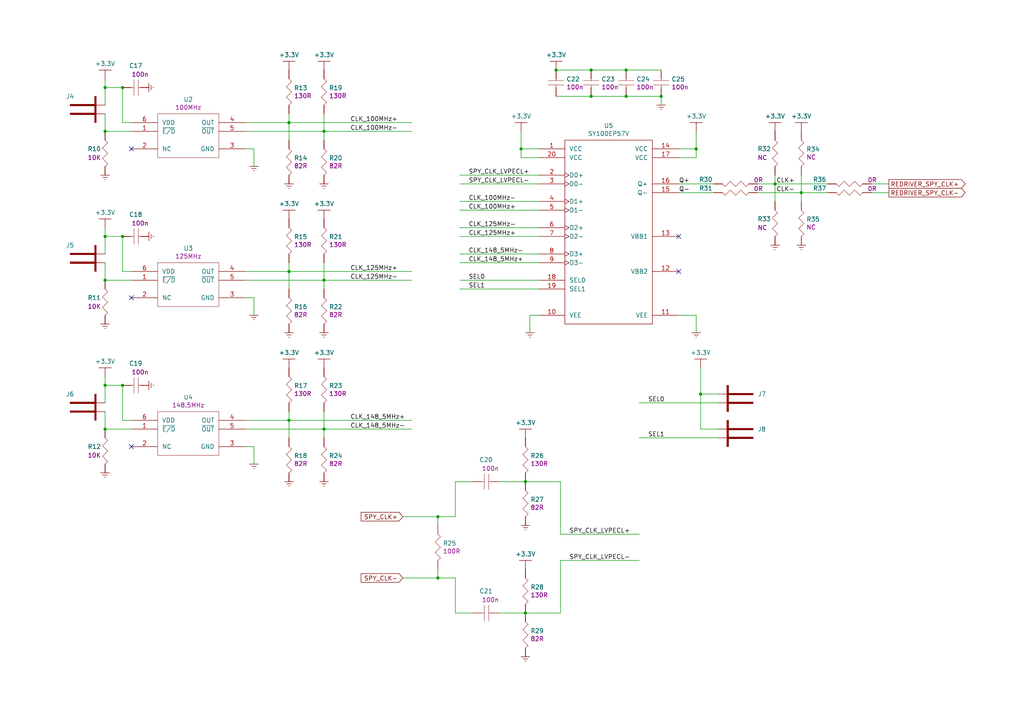
<source format=kicad_sch>
(kicad_sch (version 20200714) (host eeschema "(5.99.0-2858-ga3fc028c9b)")

  (page 5 5)

  (paper "A4")

  (title_block
    (comment 2 "VeSPA - PCIe eval plug")
  )

  (lib_symbols
    (symbol "CONNECTEUR:HEADER_1x2" (pin_numbers hide) (pin_names (offset 0.508) hide)
      (property "Reference" "J" (id 0) (at 2.54 4.064 0)
        (effects (font (size 1.27 1.27)) (justify left top))
      )
      (property "Value" "HEADER_1x2" (id 1) (at 7.62 -7.62 0)
        (effects (font (size 0.889 0.889)) (justify left) hide)
      )
      (property "Footprint" "header2" (id 2) (at 7.62 -9.144 0)
        (effects (font (size 1.27 1.27)) (justify left) hide)
      )
      (property "Datasheet" "" (id 3) (at 0 0 0)
        (effects (font (size 1.27 1.27)) hide)
      )
      (property "Field4" "" (id 4) (at 10.16 4.826 0)
        (effects (font (size 1.27 1.27)) (justify left top))
      )
      (property "a_CODE_ODY" "ODE0242" (id 5) (at 7.62 -10.668 0)
        (effects (font (size 1.27 1.27)) (justify left) hide)
      )
      (property "a_NC" "" (id 6) (at 7.62 -12.192 0)
        (effects (font (size 1.27 1.27)) (justify left) hide)
      )
      (symbol "HEADER_1x2_0_1"
        (rectangle (start 0 -7.112) (end 7.62 -7.62)
          (stroke (width 0.1016)) (fill (type outline))
        )
        (rectangle (start 2.286 0) (end 2.794 -7.112)
          (stroke (width 0.1016)) (fill (type outline))
        )
        (rectangle (start 4.826 0) (end 5.334 -7.112)
          (stroke (width 0.1016)) (fill (type outline))
        )
      )
      (symbol "HEADER_1x2_0_0"
        (pin passive line (at 2.54 -10.16 90) (length 2.54)
          (name "1" (effects (font (size 1.27 1.27))))
          (number "1" (effects (font (size 1.27 1.27))))
        )
        (pin passive line (at 5.08 -10.16 90) (length 2.54)
          (name "2" (effects (font (size 1.27 1.27))))
          (number "2" (effects (font (size 1.27 1.27))))
        )
      )
    )
    (symbol "EDSCH0002-V2-A-rescue:GND-MISC_KiCAD" (power) (pin_numbers hide) (pin_names (offset 0) hide)
      (property "Reference" "#PWR" (id 0) (at 0 -6.35 0)
        (effects (font (size 1.27 1.27)) hide)
      )
      (property "Value" "GND-MISC_KiCAD" (id 1) (at 0 -3.81 0)
        (effects (font (size 1.27 1.27)) hide)
      )
      (property "Footprint" "" (id 2) (at 0 1.27 0)
        (effects (font (size 1.27 1.27)) hide)
      )
      (property "Datasheet" "" (id 3) (at 0 1.27 0)
        (effects (font (size 1.27 1.27)) hide)
      )
      (symbol "GND-MISC_KiCAD_0_1"
        (polyline
          (pts
            (xy -0.635 -0.635)
            (xy 0.635 -0.635)
          )
          (stroke (width 0)) (fill (type none))
        )
        (polyline
          (pts
            (xy -0.127 -1.27)
            (xy 0.127 -1.27)
          )
          (stroke (width 0)) (fill (type none))
        )
        (polyline
          (pts
            (xy 1.27 0)
            (xy -1.27 0)
          )
          (stroke (width 0)) (fill (type none))
        )
      )
      (symbol "GND-MISC_KiCAD_1_1"
        (pin power_in line (at 0 0 270) (length 0) hide
          (name "GND" (effects (font (size 1.27 1.27))))
          (number "1" (effects (font (size 1.27 1.27))))
        )
      )
    )
    (symbol "EDSCH0002-V2-A-rescue:SY100EP57V-analyzer" (pin_names (offset 1.27))
      (property "Reference" "U" (id 0) (at 12.7 5.08 0)
        (effects (font (size 1.27 1.27)))
      )
      (property "Value" "SY100EP57V-analyzer" (id 1) (at 12.7 2.54 0)
        (effects (font (size 1.27 1.27)))
      )
      (property "Footprint" "" (id 2) (at 0 0 0)
        (effects (font (size 1.27 1.27)) hide)
      )
      (property "Datasheet" "" (id 3) (at 0 0 0)
        (effects (font (size 1.27 1.27)) hide)
      )
      (symbol "SY100EP57V-analyzer_0_1"
        (rectangle (start 0 0) (end 25.4 -53.34)
          (stroke (width 0)) (fill (type none))
        )
      )
      (symbol "SY100EP57V-analyzer_1_1"
        (pin power_in line (at -7.62 -2.54 0) (length 7.62)
          (name "VCC" (effects (font (size 1.27 1.27))))
          (number "1" (effects (font (size 1.27 1.27))))
        )
        (pin power_in line (at -7.62 -50.8 0) (length 7.62)
          (name "VEE" (effects (font (size 1.27 1.27))))
          (number "10" (effects (font (size 1.27 1.27))))
        )
        (pin power_in line (at 33.02 -50.8 180) (length 7.62)
          (name "VEE" (effects (font (size 1.27 1.27))))
          (number "11" (effects (font (size 1.27 1.27))))
        )
        (pin input line (at 33.02 -38.1 180) (length 7.62)
          (name "VBB2" (effects (font (size 1.27 1.27))))
          (number "12" (effects (font (size 1.27 1.27))))
        )
        (pin input line (at 33.02 -27.94 180) (length 7.62)
          (name "VBB1" (effects (font (size 1.27 1.27))))
          (number "13" (effects (font (size 1.27 1.27))))
        )
        (pin power_in line (at 33.02 -2.54 180) (length 7.62)
          (name "VCC" (effects (font (size 1.27 1.27))))
          (number "14" (effects (font (size 1.27 1.27))))
        )
        (pin output line (at 33.02 -15.24 180) (length 7.62)
          (name "Q-" (effects (font (size 1.27 1.27))))
          (number "15" (effects (font (size 1.27 1.27))))
        )
        (pin output line (at 33.02 -12.7 180) (length 7.62)
          (name "Q+" (effects (font (size 1.27 1.27))))
          (number "16" (effects (font (size 1.27 1.27))))
        )
        (pin power_in line (at 33.02 -5.08 180) (length 7.62)
          (name "VCC" (effects (font (size 1.27 1.27))))
          (number "17" (effects (font (size 1.27 1.27))))
        )
        (pin input line (at -7.62 -40.64 0) (length 7.62)
          (name "SEL0" (effects (font (size 1.27 1.27))))
          (number "18" (effects (font (size 1.27 1.27))))
        )
        (pin input line (at -7.62 -43.18 0) (length 7.62)
          (name "SEL1" (effects (font (size 1.27 1.27))))
          (number "19" (effects (font (size 1.27 1.27))))
        )
        (pin input clock (at -7.62 -10.16 0) (length 7.62)
          (name "D0+" (effects (font (size 1.27 1.27))))
          (number "2" (effects (font (size 1.27 1.27))))
        )
        (pin power_in line (at -7.62 -5.08 0) (length 7.62)
          (name "VCC" (effects (font (size 1.27 1.27))))
          (number "20" (effects (font (size 1.27 1.27))))
        )
        (pin input clock (at -7.62 -12.7 0) (length 7.62)
          (name "D0-" (effects (font (size 1.27 1.27))))
          (number "3" (effects (font (size 1.27 1.27))))
        )
        (pin input clock (at -7.62 -17.78 0) (length 7.62)
          (name "D1+" (effects (font (size 1.27 1.27))))
          (number "4" (effects (font (size 1.27 1.27))))
        )
        (pin input clock (at -7.62 -20.32 0) (length 7.62)
          (name "D1-" (effects (font (size 1.27 1.27))))
          (number "5" (effects (font (size 1.27 1.27))))
        )
        (pin input clock (at -7.62 -25.4 0) (length 7.62)
          (name "D2+" (effects (font (size 1.27 1.27))))
          (number "6" (effects (font (size 1.27 1.27))))
        )
        (pin input clock (at -7.62 -27.94 0) (length 7.62)
          (name "D2-" (effects (font (size 1.27 1.27))))
          (number "7" (effects (font (size 1.27 1.27))))
        )
        (pin input clock (at -7.62 -33.02 0) (length 7.62)
          (name "D3+" (effects (font (size 1.27 1.27))))
          (number "8" (effects (font (size 1.27 1.27))))
        )
        (pin input clock (at -7.62 -35.56 0) (length 7.62)
          (name "D3-" (effects (font (size 1.27 1.27))))
          (number "9" (effects (font (size 1.27 1.27))))
        )
      )
    )
    (symbol "MISC_KiCAD:+3.3V" (power) (pin_numbers hide) (pin_names (offset 0) hide)
      (property "Reference" "#PWR" (id 0) (at 0 -3.81 0)
        (effects (font (size 1.27 1.27)) hide)
      )
      (property "Value" "+3.3V" (id 1) (at 0 3.556 0)
        (effects (font (size 1.27 1.27)))
      )
      (property "Footprint" "" (id 2) (at 0 0 0)
        (effects (font (size 1.27 1.27)) hide)
      )
      (property "Datasheet" "" (id 3) (at 0 0 0)
        (effects (font (size 1.27 1.27)) hide)
      )
      (symbol "+3.3V_0_1"
        (polyline
          (pts
            (xy -1.778 2.54)
            (xy 1.778 2.54)
          )
          (stroke (width 0)) (fill (type none))
        )
        (polyline
          (pts
            (xy 0 0)
            (xy 0 2.54)
          )
          (stroke (width 0)) (fill (type none))
        )
      )
      (symbol "+3.3V_1_1"
        (pin power_in line (at 0 0 90) (length 0) hide
          (name "+3.3V" (effects (font (size 1.27 1.27))))
          (number "1" (effects (font (size 1.27 1.27))))
        )
      )
    )
    (symbol "R_0402:R100R_1%_0402" (pin_numbers hide) (pin_names (offset 0.508) hide)
      (property "Reference" "R" (id 0) (at 5.08 -0.254 0)
        (effects (font (size 1.27 1.27)) (justify left top))
      )
      (property "Value" "R100R_1%_0402" (id 1) (at 5.08 -7.62 0)
        (effects (font (size 0.889 0.889)) (justify left) hide)
      )
      (property "Footprint" "smt0402_ref" (id 2) (at 5.08 -9.144 0)
        (effects (font (size 1.27 1.27)) (justify left) hide)
      )
      (property "Datasheet" "" (id 3) (at 0 0 0)
        (effects (font (size 1.27 1.27)) hide)
      )
      (property "Field4" "100R" (id 4) (at 5.08 -2.794 0)
        (effects (font (size 1.27 1.27)) (justify left top))
      )
      (property "NC" "" (id 5) (at 5.08 -10.668 0)
        (effects (font (size 1.27 1.27)) (justify left) hide)
      )
      (property "a_CODE_ODY" "ODE0159" (id 6) (at 5.08 -12.192 0)
        (effects (font (size 1.27 1.27)) (justify left) hide)
      )
      (property "a_NC" "" (id 7) (at 5.08 -13.716 0)
        (effects (font (size 1.27 1.27)) (justify left) hide)
      )
      (symbol "R100R_1%_0402_0_1"
        (polyline
          (pts
            (xy 2.54 0)
            (xy 3.302 -0.762)
          )
          (stroke (width 0.1016)) (fill (type none))
        )
        (polyline
          (pts
            (xy 3.302 -0.762)
            (xy 1.778 -2.286)
          )
          (stroke (width 0.1016)) (fill (type none))
        )
        (polyline
          (pts
            (xy 1.778 -2.286)
            (xy 3.302 -3.81)
          )
          (stroke (width 0.1016)) (fill (type none))
        )
        (polyline
          (pts
            (xy 3.302 -3.81)
            (xy 1.778 -5.334)
          )
          (stroke (width 0.1016)) (fill (type none))
        )
        (polyline
          (pts
            (xy 1.778 -5.334)
            (xy 3.302 -6.858)
          )
          (stroke (width 0.1016)) (fill (type none))
        )
        (polyline
          (pts
            (xy 3.302 -6.858)
            (xy 2.54 -7.62)
          )
          (stroke (width 0.1016)) (fill (type none))
        )
      )
      (symbol "R100R_1%_0402_0_0"
        (pin passive line (at 2.54 2.54 270) (length 2.54)
          (name "1" (effects (font (size 1.27 1.27))))
          (number "1" (effects (font (size 1.27 1.27))))
        )
        (pin passive line (at 2.54 -10.16 90) (length 2.54)
          (name "2" (effects (font (size 1.27 1.27))))
          (number "2" (effects (font (size 1.27 1.27))))
        )
      )
    )
    (symbol "analyzer:C100N_0402" (pin_numbers hide) (pin_names (offset 0.508) hide)
      (property "Reference" "C" (id 0) (at 5.08 0 0)
        (effects (font (size 1.27 1.27)) (justify left top))
      )
      (property "Value" "C100N_0402" (id 1) (at 5.08 -2.54 0)
        (effects (font (size 1.27 1.27)) (justify left) hide)
      )
      (property "Footprint" "r_smt0402_ref" (id 2) (at 5.08 -3.683 0)
        (effects (font (size 1.27 1.27)) (justify left) hide)
      )
      (property "Datasheet" "" (id 3) (at 0 0 0)
        (effects (font (size 1.27 1.27)) hide)
      )
      (property "Field4" "100n" (id 4) (at 5.08 -2.54 0)
        (effects (font (size 1.27 1.27)) (justify left top))
      )
      (property "a_CODE_ODY" "ODE0008" (id 5) (at 5.08 -4.826 0)
        (effects (font (size 1.27 1.27)) (justify left) hide)
      )
      (symbol "C100N_0402_0_1"
        (polyline
          (pts
            (xy 0.254 -1.778)
            (xy 4.826 -1.778)
          )
          (stroke (width 0.1016)) (fill (type none))
        )
        (polyline
          (pts
            (xy 0.254 -0.508)
            (xy 4.826 -0.508)
          )
          (stroke (width 0.1016)) (fill (type none))
        )
        (polyline
          (pts
            (xy 2.54 -2.54)
            (xy 2.54 -1.778)
          )
          (stroke (width 0.1016)) (fill (type none))
        )
        (polyline
          (pts
            (xy 2.54 0)
            (xy 2.54 -0.508)
          )
          (stroke (width 0.1016)) (fill (type none))
        )
      )
      (symbol "C100N_0402_0_0"
        (pin passive line (at 2.54 2.54 270) (length 2.54)
          (name "1" (effects (font (size 1.27 1.27))))
          (number "1" (effects (font (size 1.27 1.27))))
        )
        (pin passive line (at 2.54 -5.08 90) (length 2.54)
          (name "2" (effects (font (size 1.27 1.27))))
          (number "2" (effects (font (size 1.27 1.27))))
        )
      )
    )
    (symbol "analyzer:OSC_100MHz_LVPECL" (pin_names (offset 1.27))
      (property "Reference" "U" (id 0) (at 0 2.286 0)
        (effects (font (size 1.27 1.27)) (justify left top))
      )
      (property "Value" "OSC_100MHz_LVPECL" (id 1) (at 17.78 -12.7 0)
        (effects (font (size 1.27 1.27)) (justify left) hide)
      )
      (property "Footprint" "" (id 2) (at 17.78 -13.843 0)
        (effects (font (size 1.27 1.27)) (justify left) hide)
      )
      (property "Datasheet" "" (id 3) (at 0 0 0)
        (effects (font (size 1.27 1.27)) hide)
      )
      (property "Field4" "100MHz" (id 4) (at 0 -12.954 0)
        (effects (font (size 1.27 1.27)) (justify left top))
      )
      (symbol "OSC_100MHz_LVPECL_0_1"
        (rectangle (start 0 0) (end 17.78 -12.7)
          (stroke (width 0.1016)) (fill (type none))
        )
      )
      (symbol "OSC_100MHz_LVPECL_0_0"
        (pin input line (at -7.62 -5.08 0) (length 7.62)
          (name "~E/D" (effects (font (size 1.27 1.27))))
          (number "1" (effects (font (size 1.27 1.27))))
        )
        (pin passive line (at -7.62 -10.16 0) (length 7.62)
          (name "NC" (effects (font (size 1.27 1.27))))
          (number "2" (effects (font (size 1.27 1.27))))
        )
        (pin power_in line (at 25.4 -10.16 180) (length 7.62)
          (name "GND" (effects (font (size 1.27 1.27))))
          (number "3" (effects (font (size 1.27 1.27))))
        )
        (pin output line (at 25.4 -2.54 180) (length 7.62)
          (name "OUT" (effects (font (size 1.27 1.27))))
          (number "4" (effects (font (size 1.27 1.27))))
        )
        (pin output line (at 25.4 -5.08 180) (length 7.62)
          (name "~OUT" (effects (font (size 1.27 1.27))))
          (number "5" (effects (font (size 1.27 1.27))))
        )
        (pin power_in line (at -7.62 -2.54 0) (length 7.62)
          (name "VDD" (effects (font (size 1.27 1.27))))
          (number "6" (effects (font (size 1.27 1.27))))
        )
      )
    )
    (symbol "analyzer:OSC_125MHz_LVPECL" (pin_names (offset 1.27))
      (property "Reference" "U" (id 0) (at 0 2.286 0)
        (effects (font (size 1.27 1.27)) (justify left top))
      )
      (property "Value" "OSC_125MHz_LVPECL" (id 1) (at 17.78 -12.7 0)
        (effects (font (size 1.27 1.27)) (justify left) hide)
      )
      (property "Footprint" "" (id 2) (at 17.78 -13.843 0)
        (effects (font (size 1.27 1.27)) (justify left) hide)
      )
      (property "Datasheet" "" (id 3) (at 0 0 0)
        (effects (font (size 1.27 1.27)) hide)
      )
      (property "Field4" "125MHz" (id 4) (at 0 -12.954 0)
        (effects (font (size 1.27 1.27)) (justify left top))
      )
      (symbol "OSC_125MHz_LVPECL_0_1"
        (rectangle (start 0 0) (end 17.78 -12.7)
          (stroke (width 0.1016)) (fill (type none))
        )
      )
      (symbol "OSC_125MHz_LVPECL_0_0"
        (pin input line (at -7.62 -5.08 0) (length 7.62)
          (name "~E/D" (effects (font (size 1.27 1.27))))
          (number "1" (effects (font (size 1.27 1.27))))
        )
        (pin passive line (at -7.62 -10.16 0) (length 7.62)
          (name "NC" (effects (font (size 1.27 1.27))))
          (number "2" (effects (font (size 1.27 1.27))))
        )
        (pin power_in line (at 25.4 -10.16 180) (length 7.62)
          (name "GND" (effects (font (size 1.27 1.27))))
          (number "3" (effects (font (size 1.27 1.27))))
        )
        (pin output line (at 25.4 -2.54 180) (length 7.62)
          (name "OUT" (effects (font (size 1.27 1.27))))
          (number "4" (effects (font (size 1.27 1.27))))
        )
        (pin output line (at 25.4 -5.08 180) (length 7.62)
          (name "~OUT" (effects (font (size 1.27 1.27))))
          (number "5" (effects (font (size 1.27 1.27))))
        )
        (pin power_in line (at -7.62 -2.54 0) (length 7.62)
          (name "VDD" (effects (font (size 1.27 1.27))))
          (number "6" (effects (font (size 1.27 1.27))))
        )
      )
    )
    (symbol "analyzer:OSC_148.5MHz_LVPECL" (pin_names (offset 1.27))
      (property "Reference" "U" (id 0) (at 0 2.286 0)
        (effects (font (size 1.27 1.27)) (justify left top))
      )
      (property "Value" "OSC_148.5MHz_LVPECL" (id 1) (at 17.78 -12.7 0)
        (effects (font (size 1.27 1.27)) (justify left) hide)
      )
      (property "Footprint" "" (id 2) (at 17.78 -13.843 0)
        (effects (font (size 1.27 1.27)) (justify left) hide)
      )
      (property "Datasheet" "" (id 3) (at 0 0 0)
        (effects (font (size 1.27 1.27)) hide)
      )
      (property "Field4" "148.5MHz" (id 4) (at 0 -12.954 0)
        (effects (font (size 1.27 1.27)) (justify left top))
      )
      (symbol "OSC_148.5MHz_LVPECL_0_1"
        (rectangle (start 0 0) (end 17.78 -12.7)
          (stroke (width 0.1016)) (fill (type none))
        )
      )
      (symbol "OSC_148.5MHz_LVPECL_0_0"
        (pin input line (at -7.62 -5.08 0) (length 7.62)
          (name "~E/D" (effects (font (size 1.27 1.27))))
          (number "1" (effects (font (size 1.27 1.27))))
        )
        (pin passive line (at -7.62 -10.16 0) (length 7.62)
          (name "NC" (effects (font (size 1.27 1.27))))
          (number "2" (effects (font (size 1.27 1.27))))
        )
        (pin power_in line (at 25.4 -10.16 180) (length 7.62)
          (name "GND" (effects (font (size 1.27 1.27))))
          (number "3" (effects (font (size 1.27 1.27))))
        )
        (pin output line (at 25.4 -2.54 180) (length 7.62)
          (name "OUT" (effects (font (size 1.27 1.27))))
          (number "4" (effects (font (size 1.27 1.27))))
        )
        (pin output line (at 25.4 -5.08 180) (length 7.62)
          (name "~OUT" (effects (font (size 1.27 1.27))))
          (number "5" (effects (font (size 1.27 1.27))))
        )
        (pin power_in line (at -7.62 -2.54 0) (length 7.62)
          (name "VDD" (effects (font (size 1.27 1.27))))
          (number "6" (effects (font (size 1.27 1.27))))
        )
      )
    )
    (symbol "analyzer:R0R_5%_0402" (pin_numbers hide) (pin_names (offset 0.508) hide)
      (property "Reference" "R" (id 0) (at 5.08 -0.254 0)
        (effects (font (size 1.27 1.27)) (justify left top))
      )
      (property "Value" "R0R_5%_0402" (id 1) (at 5.08 -7.62 0)
        (effects (font (size 1.27 1.27)) (justify left) hide)
      )
      (property "Footprint" "ed_footprints:r_smt0402_ref" (id 2) (at 5.08 -8.763 0)
        (effects (font (size 1.27 1.27)) (justify left) hide)
      )
      (property "Datasheet" "" (id 3) (at 0 0 0)
        (effects (font (size 1.27 1.27)) hide)
      )
      (property "Field4" "0R" (id 4) (at 5.08 -2.794 0)
        (effects (font (size 1.27 1.27)) (justify left top))
      )
      (symbol "R0R_5%_0402_0_1"
        (polyline
          (pts
            (xy 1.778 -5.334)
            (xy 3.302 -6.858)
          )
          (stroke (width 0.1016)) (fill (type none))
        )
        (polyline
          (pts
            (xy 1.778 -2.286)
            (xy 3.302 -3.81)
          )
          (stroke (width 0.1016)) (fill (type none))
        )
        (polyline
          (pts
            (xy 2.54 0)
            (xy 3.302 -0.762)
          )
          (stroke (width 0.1016)) (fill (type none))
        )
        (polyline
          (pts
            (xy 3.302 -6.858)
            (xy 2.54 -7.62)
          )
          (stroke (width 0.1016)) (fill (type none))
        )
        (polyline
          (pts
            (xy 3.302 -3.81)
            (xy 1.778 -5.334)
          )
          (stroke (width 0.1016)) (fill (type none))
        )
        (polyline
          (pts
            (xy 3.302 -0.762)
            (xy 1.778 -2.286)
          )
          (stroke (width 0.1016)) (fill (type none))
        )
      )
      (symbol "R0R_5%_0402_0_0"
        (pin passive line (at 2.54 2.54 270) (length 2.54)
          (name "1" (effects (font (size 1.27 1.27))))
          (number "1" (effects (font (size 1.27 1.27))))
        )
        (pin passive line (at 2.54 -10.16 90) (length 2.54)
          (name "2" (effects (font (size 1.27 1.27))))
          (number "2" (effects (font (size 1.27 1.27))))
        )
      )
    )
    (symbol "analyzer:R10K_5%_0402" (pin_numbers hide) (pin_names (offset 0.508) hide)
      (property "Reference" "R" (id 0) (at 5.08 -0.254 0)
        (effects (font (size 1.27 1.27)) (justify left top))
      )
      (property "Value" "R10K_5%_0402" (id 1) (at 5.08 -7.62 0)
        (effects (font (size 1.27 1.27)) (justify left) hide)
      )
      (property "Footprint" "ed_footprints:r_smt0402_ref" (id 2) (at 5.08 -8.763 0)
        (effects (font (size 1.27 1.27)) (justify left) hide)
      )
      (property "Datasheet" "" (id 3) (at 0 0 0)
        (effects (font (size 1.27 1.27)) hide)
      )
      (property "Field4" "10K" (id 4) (at 5.08 -2.794 0)
        (effects (font (size 1.27 1.27)) (justify left top))
      )
      (symbol "R10K_5%_0402_0_1"
        (polyline
          (pts
            (xy 1.778 -5.334)
            (xy 3.302 -6.858)
          )
          (stroke (width 0.1016)) (fill (type none))
        )
        (polyline
          (pts
            (xy 1.778 -2.286)
            (xy 3.302 -3.81)
          )
          (stroke (width 0.1016)) (fill (type none))
        )
        (polyline
          (pts
            (xy 2.54 0)
            (xy 3.302 -0.762)
          )
          (stroke (width 0.1016)) (fill (type none))
        )
        (polyline
          (pts
            (xy 3.302 -6.858)
            (xy 2.54 -7.62)
          )
          (stroke (width 0.1016)) (fill (type none))
        )
        (polyline
          (pts
            (xy 3.302 -3.81)
            (xy 1.778 -5.334)
          )
          (stroke (width 0.1016)) (fill (type none))
        )
        (polyline
          (pts
            (xy 3.302 -0.762)
            (xy 1.778 -2.286)
          )
          (stroke (width 0.1016)) (fill (type none))
        )
      )
      (symbol "R10K_5%_0402_0_0"
        (pin passive line (at 2.54 2.54 270) (length 2.54)
          (name "1" (effects (font (size 1.27 1.27))))
          (number "1" (effects (font (size 1.27 1.27))))
        )
        (pin passive line (at 2.54 -10.16 90) (length 2.54)
          (name "2" (effects (font (size 1.27 1.27))))
          (number "2" (effects (font (size 1.27 1.27))))
        )
      )
    )
    (symbol "analyzer:R130R_5%_0402" (pin_numbers hide) (pin_names (offset 0.508) hide)
      (property "Reference" "R" (id 0) (at 5.08 -0.254 0)
        (effects (font (size 1.27 1.27)) (justify left top))
      )
      (property "Value" "R130R_5%_0402" (id 1) (at 5.08 -7.62 0)
        (effects (font (size 1.27 1.27)) (justify left) hide)
      )
      (property "Footprint" "ed_footprints:r_smt0402_ref" (id 2) (at 5.08 -8.763 0)
        (effects (font (size 1.27 1.27)) (justify left) hide)
      )
      (property "Datasheet" "" (id 3) (at 0 0 0)
        (effects (font (size 1.27 1.27)) hide)
      )
      (property "Field4" "130R" (id 4) (at 5.08 -2.794 0)
        (effects (font (size 1.27 1.27)) (justify left top))
      )
      (symbol "R130R_5%_0402_0_1"
        (polyline
          (pts
            (xy 1.778 -5.334)
            (xy 3.302 -6.858)
          )
          (stroke (width 0.1016)) (fill (type none))
        )
        (polyline
          (pts
            (xy 1.778 -2.286)
            (xy 3.302 -3.81)
          )
          (stroke (width 0.1016)) (fill (type none))
        )
        (polyline
          (pts
            (xy 2.54 0)
            (xy 3.302 -0.762)
          )
          (stroke (width 0.1016)) (fill (type none))
        )
        (polyline
          (pts
            (xy 3.302 -6.858)
            (xy 2.54 -7.62)
          )
          (stroke (width 0.1016)) (fill (type none))
        )
        (polyline
          (pts
            (xy 3.302 -3.81)
            (xy 1.778 -5.334)
          )
          (stroke (width 0.1016)) (fill (type none))
        )
        (polyline
          (pts
            (xy 3.302 -0.762)
            (xy 1.778 -2.286)
          )
          (stroke (width 0.1016)) (fill (type none))
        )
      )
      (symbol "R130R_5%_0402_0_0"
        (pin passive line (at 2.54 2.54 270) (length 2.54)
          (name "1" (effects (font (size 1.27 1.27))))
          (number "1" (effects (font (size 1.27 1.27))))
        )
        (pin passive line (at 2.54 -10.16 90) (length 2.54)
          (name "2" (effects (font (size 1.27 1.27))))
          (number "2" (effects (font (size 1.27 1.27))))
        )
      )
    )
    (symbol "analyzer:R82R_5%_0402" (pin_numbers hide) (pin_names (offset 0.508) hide)
      (property "Reference" "R" (id 0) (at 5.08 -0.254 0)
        (effects (font (size 1.27 1.27)) (justify left top))
      )
      (property "Value" "R82R_5%_0402" (id 1) (at 5.08 -7.62 0)
        (effects (font (size 1.27 1.27)) (justify left) hide)
      )
      (property "Footprint" "ed_footprints:r_smt0402_ref" (id 2) (at 5.08 -8.763 0)
        (effects (font (size 1.27 1.27)) (justify left) hide)
      )
      (property "Datasheet" "" (id 3) (at 0 0 0)
        (effects (font (size 1.27 1.27)) hide)
      )
      (property "Field4" "82R" (id 4) (at 5.08 -2.794 0)
        (effects (font (size 1.27 1.27)) (justify left top))
      )
      (symbol "R82R_5%_0402_0_1"
        (polyline
          (pts
            (xy 1.778 -5.334)
            (xy 3.302 -6.858)
          )
          (stroke (width 0.1016)) (fill (type none))
        )
        (polyline
          (pts
            (xy 1.778 -2.286)
            (xy 3.302 -3.81)
          )
          (stroke (width 0.1016)) (fill (type none))
        )
        (polyline
          (pts
            (xy 2.54 0)
            (xy 3.302 -0.762)
          )
          (stroke (width 0.1016)) (fill (type none))
        )
        (polyline
          (pts
            (xy 3.302 -6.858)
            (xy 2.54 -7.62)
          )
          (stroke (width 0.1016)) (fill (type none))
        )
        (polyline
          (pts
            (xy 3.302 -3.81)
            (xy 1.778 -5.334)
          )
          (stroke (width 0.1016)) (fill (type none))
        )
        (polyline
          (pts
            (xy 3.302 -0.762)
            (xy 1.778 -2.286)
          )
          (stroke (width 0.1016)) (fill (type none))
        )
      )
      (symbol "R82R_5%_0402_0_0"
        (pin passive line (at 2.54 2.54 270) (length 2.54)
          (name "1" (effects (font (size 1.27 1.27))))
          (number "1" (effects (font (size 1.27 1.27))))
        )
        (pin passive line (at 2.54 -10.16 90) (length 2.54)
          (name "2" (effects (font (size 1.27 1.27))))
          (number "2" (effects (font (size 1.27 1.27))))
        )
      )
    )
    (symbol "analyzer:R_NC_0402" (pin_numbers hide) (pin_names (offset 0.508) hide)
      (property "Reference" "R" (id 0) (at 5.08 -0.254 0)
        (effects (font (size 1.27 1.27)) (justify left top))
      )
      (property "Value" "R_NC_0402" (id 1) (at 5.08 -7.62 0)
        (effects (font (size 1.27 1.27)) (justify left) hide)
      )
      (property "Footprint" "r_smt0402_ref" (id 2) (at 5.08 -8.763 0)
        (effects (font (size 1.27 1.27)) (justify left) hide)
      )
      (property "Datasheet" "" (id 3) (at 0 0 0)
        (effects (font (size 1.27 1.27)) hide)
      )
      (property "Field4" "NC" (id 4) (at 5.08 -2.794 0)
        (effects (font (size 1.27 1.27)) (justify left top))
      )
      (symbol "R_NC_0402_0_1"
        (polyline
          (pts
            (xy 1.778 -5.334)
            (xy 3.302 -6.858)
          )
          (stroke (width 0.1016)) (fill (type none))
        )
        (polyline
          (pts
            (xy 1.778 -2.286)
            (xy 3.302 -3.81)
          )
          (stroke (width 0.1016)) (fill (type none))
        )
        (polyline
          (pts
            (xy 2.54 0)
            (xy 3.302 -0.762)
          )
          (stroke (width 0.1016)) (fill (type none))
        )
        (polyline
          (pts
            (xy 3.302 -6.858)
            (xy 2.54 -7.62)
          )
          (stroke (width 0.1016)) (fill (type none))
        )
        (polyline
          (pts
            (xy 3.302 -3.81)
            (xy 1.778 -5.334)
          )
          (stroke (width 0.1016)) (fill (type none))
        )
        (polyline
          (pts
            (xy 3.302 -0.762)
            (xy 1.778 -2.286)
          )
          (stroke (width 0.1016)) (fill (type none))
        )
      )
      (symbol "R_NC_0402_0_0"
        (pin passive line (at 2.54 2.54 270) (length 2.54)
          (name "1" (effects (font (size 1.27 1.27))))
          (number "1" (effects (font (size 1.27 1.27))))
        )
        (pin passive line (at 2.54 -10.16 90) (length 2.54)
          (name "2" (effects (font (size 1.27 1.27))))
          (number "2" (effects (font (size 1.27 1.27))))
        )
      )
    )
  )

  (junction (at 30.48 25.4) (diameter 0.762) (color 0 0 0 0))
  (junction (at 30.48 38.1) (diameter 0.762) (color 0 0 0 0))
  (junction (at 30.48 68.58) (diameter 0.762) (color 0 0 0 0))
  (junction (at 30.48 81.28) (diameter 0.762) (color 0 0 0 0))
  (junction (at 30.48 111.76) (diameter 0.762) (color 0 0 0 0))
  (junction (at 30.48 124.46) (diameter 0.762) (color 0 0 0 0))
  (junction (at 35.56 25.4) (diameter 0.762) (color 0 0 0 0))
  (junction (at 35.56 68.58) (diameter 0.762) (color 0 0 0 0))
  (junction (at 35.56 111.76) (diameter 0.762) (color 0 0 0 0))
  (junction (at 83.82 35.56) (diameter 0.762) (color 0 0 0 0))
  (junction (at 83.82 78.74) (diameter 0.762) (color 0 0 0 0))
  (junction (at 83.82 121.92) (diameter 0.762) (color 0 0 0 0))
  (junction (at 93.98 38.1) (diameter 0.762) (color 0 0 0 0))
  (junction (at 93.98 81.28) (diameter 0.762) (color 0 0 0 0))
  (junction (at 93.98 124.46) (diameter 0.762) (color 0 0 0 0))
  (junction (at 127 149.86) (diameter 0.762) (color 0 0 0 0))
  (junction (at 127 167.64) (diameter 0.762) (color 0 0 0 0))
  (junction (at 151.13 43.18) (diameter 0.762) (color 0 0 0 0))
  (junction (at 152.4 139.7) (diameter 0.762) (color 0 0 0 0))
  (junction (at 152.4 177.8) (diameter 0.762) (color 0 0 0 0))
  (junction (at 161.29 20.32) (diameter 0.762) (color 0 0 0 0))
  (junction (at 171.45 20.32) (diameter 0.762) (color 0 0 0 0))
  (junction (at 171.45 27.94) (diameter 0.762) (color 0 0 0 0))
  (junction (at 181.61 20.32) (diameter 0.762) (color 0 0 0 0))
  (junction (at 181.61 27.94) (diameter 0.762) (color 0 0 0 0))
  (junction (at 191.77 27.94) (diameter 0.762) (color 0 0 0 0))
  (junction (at 201.93 43.18) (diameter 0.762) (color 0 0 0 0))
  (junction (at 203.2 114.3) (diameter 0.762) (color 0 0 0 0))
  (junction (at 224.79 53.34) (diameter 0.762) (color 0 0 0 0))
  (junction (at 232.41 55.88) (diameter 0.762) (color 0 0 0 0))

  (no_connect (at 196.85 78.74))
  (no_connect (at 38.1 129.54))
  (no_connect (at 196.85 68.58))
  (no_connect (at 38.1 86.36))
  (no_connect (at 38.1 43.18))

  (wire (pts (xy 30.48 22.86) (xy 30.48 25.4))
    (stroke (width 0) (type solid) (color 0 0 0 0))
  )
  (wire (pts (xy 30.48 30.48) (xy 30.48 25.4))
    (stroke (width 0) (type solid) (color 0 0 0 0))
  )
  (wire (pts (xy 30.48 33.02) (xy 30.48 38.1))
    (stroke (width 0) (type solid) (color 0 0 0 0))
  )
  (wire (pts (xy 30.48 66.04) (xy 30.48 68.58))
    (stroke (width 0) (type solid) (color 0 0 0 0))
  )
  (wire (pts (xy 30.48 73.66) (xy 30.48 68.58))
    (stroke (width 0) (type solid) (color 0 0 0 0))
  )
  (wire (pts (xy 30.48 76.2) (xy 30.48 81.28))
    (stroke (width 0) (type solid) (color 0 0 0 0))
  )
  (wire (pts (xy 30.48 111.76) (xy 30.48 109.22))
    (stroke (width 0) (type solid) (color 0 0 0 0))
  )
  (wire (pts (xy 30.48 116.84) (xy 30.48 111.76))
    (stroke (width 0) (type solid) (color 0 0 0 0))
  )
  (wire (pts (xy 30.48 119.38) (xy 30.48 124.46))
    (stroke (width 0) (type solid) (color 0 0 0 0))
  )
  (wire (pts (xy 35.56 25.4) (xy 30.48 25.4))
    (stroke (width 0) (type solid) (color 0 0 0 0))
  )
  (wire (pts (xy 35.56 35.56) (xy 35.56 25.4))
    (stroke (width 0) (type solid) (color 0 0 0 0))
  )
  (wire (pts (xy 35.56 68.58) (xy 30.48 68.58))
    (stroke (width 0) (type solid) (color 0 0 0 0))
  )
  (wire (pts (xy 35.56 68.58) (xy 35.56 78.74))
    (stroke (width 0) (type solid) (color 0 0 0 0))
  )
  (wire (pts (xy 35.56 111.76) (xy 30.48 111.76))
    (stroke (width 0) (type solid) (color 0 0 0 0))
  )
  (wire (pts (xy 35.56 121.92) (xy 35.56 111.76))
    (stroke (width 0) (type solid) (color 0 0 0 0))
  )
  (wire (pts (xy 38.1 35.56) (xy 35.56 35.56))
    (stroke (width 0) (type solid) (color 0 0 0 0))
  )
  (wire (pts (xy 38.1 38.1) (xy 30.48 38.1))
    (stroke (width 0) (type solid) (color 0 0 0 0))
  )
  (wire (pts (xy 38.1 78.74) (xy 35.56 78.74))
    (stroke (width 0) (type solid) (color 0 0 0 0))
  )
  (wire (pts (xy 38.1 81.28) (xy 30.48 81.28))
    (stroke (width 0) (type solid) (color 0 0 0 0))
  )
  (wire (pts (xy 38.1 121.92) (xy 35.56 121.92))
    (stroke (width 0) (type solid) (color 0 0 0 0))
  )
  (wire (pts (xy 38.1 124.46) (xy 30.48 124.46))
    (stroke (width 0) (type solid) (color 0 0 0 0))
  )
  (wire (pts (xy 71.12 35.56) (xy 83.82 35.56))
    (stroke (width 0) (type solid) (color 0 0 0 0))
  )
  (wire (pts (xy 71.12 38.1) (xy 93.98 38.1))
    (stroke (width 0) (type solid) (color 0 0 0 0))
  )
  (wire (pts (xy 71.12 43.18) (xy 73.66 43.18))
    (stroke (width 0) (type solid) (color 0 0 0 0))
  )
  (wire (pts (xy 71.12 78.74) (xy 83.82 78.74))
    (stroke (width 0) (type solid) (color 0 0 0 0))
  )
  (wire (pts (xy 71.12 81.28) (xy 93.98 81.28))
    (stroke (width 0) (type solid) (color 0 0 0 0))
  )
  (wire (pts (xy 71.12 86.36) (xy 73.66 86.36))
    (stroke (width 0) (type solid) (color 0 0 0 0))
  )
  (wire (pts (xy 71.12 121.92) (xy 83.82 121.92))
    (stroke (width 0) (type solid) (color 0 0 0 0))
  )
  (wire (pts (xy 71.12 124.46) (xy 93.98 124.46))
    (stroke (width 0) (type solid) (color 0 0 0 0))
  )
  (wire (pts (xy 71.12 129.54) (xy 73.66 129.54))
    (stroke (width 0) (type solid) (color 0 0 0 0))
  )
  (wire (pts (xy 73.66 43.18) (xy 73.66 48.26))
    (stroke (width 0) (type solid) (color 0 0 0 0))
  )
  (wire (pts (xy 73.66 86.36) (xy 73.66 91.44))
    (stroke (width 0) (type solid) (color 0 0 0 0))
  )
  (wire (pts (xy 73.66 129.54) (xy 73.66 134.62))
    (stroke (width 0) (type solid) (color 0 0 0 0))
  )
  (wire (pts (xy 83.82 33.02) (xy 83.82 35.56))
    (stroke (width 0) (type solid) (color 0 0 0 0))
  )
  (wire (pts (xy 83.82 35.56) (xy 83.82 40.64))
    (stroke (width 0) (type solid) (color 0 0 0 0))
  )
  (wire (pts (xy 83.82 35.56) (xy 119.38 35.56))
    (stroke (width 0) (type solid) (color 0 0 0 0))
  )
  (wire (pts (xy 83.82 76.2) (xy 83.82 78.74))
    (stroke (width 0) (type solid) (color 0 0 0 0))
  )
  (wire (pts (xy 83.82 78.74) (xy 83.82 83.82))
    (stroke (width 0) (type solid) (color 0 0 0 0))
  )
  (wire (pts (xy 83.82 78.74) (xy 119.38 78.74))
    (stroke (width 0) (type solid) (color 0 0 0 0))
  )
  (wire (pts (xy 83.82 119.38) (xy 83.82 121.92))
    (stroke (width 0) (type solid) (color 0 0 0 0))
  )
  (wire (pts (xy 83.82 121.92) (xy 83.82 127))
    (stroke (width 0) (type solid) (color 0 0 0 0))
  )
  (wire (pts (xy 83.82 121.92) (xy 119.38 121.92))
    (stroke (width 0) (type solid) (color 0 0 0 0))
  )
  (wire (pts (xy 93.98 33.02) (xy 93.98 38.1))
    (stroke (width 0) (type solid) (color 0 0 0 0))
  )
  (wire (pts (xy 93.98 38.1) (xy 93.98 40.64))
    (stroke (width 0) (type solid) (color 0 0 0 0))
  )
  (wire (pts (xy 93.98 38.1) (xy 119.38 38.1))
    (stroke (width 0) (type solid) (color 0 0 0 0))
  )
  (wire (pts (xy 93.98 76.2) (xy 93.98 81.28))
    (stroke (width 0) (type solid) (color 0 0 0 0))
  )
  (wire (pts (xy 93.98 81.28) (xy 93.98 83.82))
    (stroke (width 0) (type solid) (color 0 0 0 0))
  )
  (wire (pts (xy 93.98 81.28) (xy 119.38 81.28))
    (stroke (width 0) (type solid) (color 0 0 0 0))
  )
  (wire (pts (xy 93.98 119.38) (xy 93.98 124.46))
    (stroke (width 0) (type solid) (color 0 0 0 0))
  )
  (wire (pts (xy 93.98 124.46) (xy 93.98 127))
    (stroke (width 0) (type solid) (color 0 0 0 0))
  )
  (wire (pts (xy 93.98 124.46) (xy 119.38 124.46))
    (stroke (width 0) (type solid) (color 0 0 0 0))
  )
  (wire (pts (xy 127 149.86) (xy 116.84 149.86))
    (stroke (width 0) (type solid) (color 0 0 0 0))
  )
  (wire (pts (xy 127 152.4) (xy 127 149.86))
    (stroke (width 0) (type solid) (color 0 0 0 0))
  )
  (wire (pts (xy 127 165.1) (xy 127 167.64))
    (stroke (width 0) (type solid) (color 0 0 0 0))
  )
  (wire (pts (xy 127 167.64) (xy 116.84 167.64))
    (stroke (width 0) (type solid) (color 0 0 0 0))
  )
  (wire (pts (xy 127 167.64) (xy 132.08 167.64))
    (stroke (width 0) (type solid) (color 0 0 0 0))
  )
  (wire (pts (xy 132.08 139.7) (xy 137.16 139.7))
    (stroke (width 0) (type solid) (color 0 0 0 0))
  )
  (wire (pts (xy 132.08 149.86) (xy 127 149.86))
    (stroke (width 0) (type solid) (color 0 0 0 0))
  )
  (wire (pts (xy 132.08 149.86) (xy 132.08 139.7))
    (stroke (width 0) (type solid) (color 0 0 0 0))
  )
  (wire (pts (xy 132.08 167.64) (xy 132.08 177.8))
    (stroke (width 0) (type solid) (color 0 0 0 0))
  )
  (wire (pts (xy 132.08 177.8) (xy 137.16 177.8))
    (stroke (width 0) (type solid) (color 0 0 0 0))
  )
  (wire (pts (xy 133.35 50.8) (xy 156.21 50.8))
    (stroke (width 0) (type solid) (color 0 0 0 0))
  )
  (wire (pts (xy 133.35 53.34) (xy 156.21 53.34))
    (stroke (width 0) (type solid) (color 0 0 0 0))
  )
  (wire (pts (xy 133.35 60.96) (xy 156.21 60.96))
    (stroke (width 0) (type solid) (color 0 0 0 0))
  )
  (wire (pts (xy 133.35 68.58) (xy 156.21 68.58))
    (stroke (width 0) (type solid) (color 0 0 0 0))
  )
  (wire (pts (xy 133.35 76.2) (xy 156.21 76.2))
    (stroke (width 0) (type solid) (color 0 0 0 0))
  )
  (wire (pts (xy 133.35 81.28) (xy 156.21 81.28))
    (stroke (width 0) (type solid) (color 0 0 0 0))
  )
  (wire (pts (xy 133.35 83.82) (xy 156.21 83.82))
    (stroke (width 0) (type solid) (color 0 0 0 0))
  )
  (wire (pts (xy 144.78 139.7) (xy 152.4 139.7))
    (stroke (width 0) (type solid) (color 0 0 0 0))
  )
  (wire (pts (xy 144.78 177.8) (xy 152.4 177.8))
    (stroke (width 0) (type solid) (color 0 0 0 0))
  )
  (wire (pts (xy 151.13 38.1) (xy 151.13 43.18))
    (stroke (width 0) (type solid) (color 0 0 0 0))
  )
  (wire (pts (xy 151.13 45.72) (xy 151.13 43.18))
    (stroke (width 0) (type solid) (color 0 0 0 0))
  )
  (wire (pts (xy 152.4 139.7) (xy 162.56 139.7))
    (stroke (width 0) (type solid) (color 0 0 0 0))
  )
  (wire (pts (xy 152.4 177.8) (xy 162.56 177.8))
    (stroke (width 0) (type solid) (color 0 0 0 0))
  )
  (wire (pts (xy 153.67 91.44) (xy 153.67 96.52))
    (stroke (width 0) (type solid) (color 0 0 0 0))
  )
  (wire (pts (xy 156.21 43.18) (xy 151.13 43.18))
    (stroke (width 0) (type solid) (color 0 0 0 0))
  )
  (wire (pts (xy 156.21 45.72) (xy 151.13 45.72))
    (stroke (width 0) (type solid) (color 0 0 0 0))
  )
  (wire (pts (xy 156.21 58.42) (xy 133.35 58.42))
    (stroke (width 0) (type solid) (color 0 0 0 0))
  )
  (wire (pts (xy 156.21 66.04) (xy 133.35 66.04))
    (stroke (width 0) (type solid) (color 0 0 0 0))
  )
  (wire (pts (xy 156.21 73.66) (xy 133.35 73.66))
    (stroke (width 0) (type solid) (color 0 0 0 0))
  )
  (wire (pts (xy 156.21 91.44) (xy 153.67 91.44))
    (stroke (width 0) (type solid) (color 0 0 0 0))
  )
  (wire (pts (xy 161.29 20.32) (xy 171.45 20.32))
    (stroke (width 0) (type solid) (color 0 0 0 0))
  )
  (wire (pts (xy 161.29 27.94) (xy 171.45 27.94))
    (stroke (width 0) (type solid) (color 0 0 0 0))
  )
  (wire (pts (xy 162.56 139.7) (xy 162.56 154.94))
    (stroke (width 0) (type solid) (color 0 0 0 0))
  )
  (wire (pts (xy 162.56 154.94) (xy 185.42 154.94))
    (stroke (width 0) (type solid) (color 0 0 0 0))
  )
  (wire (pts (xy 162.56 162.56) (xy 185.42 162.56))
    (stroke (width 0) (type solid) (color 0 0 0 0))
  )
  (wire (pts (xy 162.56 177.8) (xy 162.56 162.56))
    (stroke (width 0) (type solid) (color 0 0 0 0))
  )
  (wire (pts (xy 171.45 20.32) (xy 181.61 20.32))
    (stroke (width 0) (type solid) (color 0 0 0 0))
  )
  (wire (pts (xy 171.45 27.94) (xy 181.61 27.94))
    (stroke (width 0) (type solid) (color 0 0 0 0))
  )
  (wire (pts (xy 181.61 20.32) (xy 191.77 20.32))
    (stroke (width 0) (type solid) (color 0 0 0 0))
  )
  (wire (pts (xy 181.61 27.94) (xy 191.77 27.94))
    (stroke (width 0) (type solid) (color 0 0 0 0))
  )
  (wire (pts (xy 185.42 116.84) (xy 208.28 116.84))
    (stroke (width 0) (type solid) (color 0 0 0 0))
  )
  (wire (pts (xy 185.42 127) (xy 208.28 127))
    (stroke (width 0) (type solid) (color 0 0 0 0))
  )
  (wire (pts (xy 191.77 30.48) (xy 191.77 27.94))
    (stroke (width 0) (type solid) (color 0 0 0 0))
  )
  (wire (pts (xy 196.85 43.18) (xy 201.93 43.18))
    (stroke (width 0) (type solid) (color 0 0 0 0))
  )
  (wire (pts (xy 196.85 45.72) (xy 201.93 45.72))
    (stroke (width 0) (type solid) (color 0 0 0 0))
  )
  (wire (pts (xy 196.85 53.34) (xy 207.01 53.34))
    (stroke (width 0) (type solid) (color 0 0 0 0))
  )
  (wire (pts (xy 196.85 55.88) (xy 207.01 55.88))
    (stroke (width 0) (type solid) (color 0 0 0 0))
  )
  (wire (pts (xy 196.85 91.44) (xy 201.93 91.44))
    (stroke (width 0) (type solid) (color 0 0 0 0))
  )
  (wire (pts (xy 201.93 43.18) (xy 201.93 38.1))
    (stroke (width 0) (type solid) (color 0 0 0 0))
  )
  (wire (pts (xy 201.93 45.72) (xy 201.93 43.18))
    (stroke (width 0) (type solid) (color 0 0 0 0))
  )
  (wire (pts (xy 201.93 91.44) (xy 201.93 96.52))
    (stroke (width 0) (type solid) (color 0 0 0 0))
  )
  (wire (pts (xy 203.2 114.3) (xy 203.2 106.68))
    (stroke (width 0) (type solid) (color 0 0 0 0))
  )
  (wire (pts (xy 203.2 124.46) (xy 203.2 114.3))
    (stroke (width 0) (type solid) (color 0 0 0 0))
  )
  (wire (pts (xy 208.28 114.3) (xy 203.2 114.3))
    (stroke (width 0) (type solid) (color 0 0 0 0))
  )
  (wire (pts (xy 208.28 124.46) (xy 203.2 124.46))
    (stroke (width 0) (type solid) (color 0 0 0 0))
  )
  (wire (pts (xy 219.71 53.34) (xy 224.79 53.34))
    (stroke (width 0) (type solid) (color 0 0 0 0))
  )
  (wire (pts (xy 219.71 55.88) (xy 232.41 55.88))
    (stroke (width 0) (type solid) (color 0 0 0 0))
  )
  (wire (pts (xy 224.79 50.8) (xy 224.79 53.34))
    (stroke (width 0) (type solid) (color 0 0 0 0))
  )
  (wire (pts (xy 224.79 53.34) (xy 224.79 58.42))
    (stroke (width 0) (type solid) (color 0 0 0 0))
  )
  (wire (pts (xy 224.79 53.34) (xy 240.03 53.34))
    (stroke (width 0) (type solid) (color 0 0 0 0))
  )
  (wire (pts (xy 232.41 50.8) (xy 232.41 55.88))
    (stroke (width 0) (type solid) (color 0 0 0 0))
  )
  (wire (pts (xy 232.41 55.88) (xy 232.41 58.42))
    (stroke (width 0) (type solid) (color 0 0 0 0))
  )
  (wire (pts (xy 240.03 55.88) (xy 232.41 55.88))
    (stroke (width 0) (type solid) (color 0 0 0 0))
  )
  (wire (pts (xy 252.73 53.34) (xy 257.81 53.34))
    (stroke (width 0) (type solid) (color 0 0 0 0))
  )
  (wire (pts (xy 252.73 55.88) (xy 257.81 55.88))
    (stroke (width 0) (type solid) (color 0 0 0 0))
  )

  (label "CLK_100MHz+" (at 101.6 35.56 0)
    (effects (font (size 1.27 1.27)) (justify left bottom))
  )
  (label "CLK_100MHz-" (at 101.6 38.1 0)
    (effects (font (size 1.27 1.27)) (justify left bottom))
  )
  (label "CLK_125MHz+" (at 101.6 78.74 0)
    (effects (font (size 1.27 1.27)) (justify left bottom))
  )
  (label "CLK_125MHz-" (at 101.6 81.28 0)
    (effects (font (size 1.27 1.27)) (justify left bottom))
  )
  (label "CLK_148_5MHz+" (at 101.6 121.92 0)
    (effects (font (size 1.27 1.27)) (justify left bottom))
  )
  (label "CLK_148_5MHz-" (at 101.6 124.46 0)
    (effects (font (size 1.27 1.27)) (justify left bottom))
  )
  (label "SPY_CLK_LVPECL+" (at 135.89 50.8 0)
    (effects (font (size 1.27 1.27)) (justify left bottom))
  )
  (label "SPY_CLK_LVPECL-" (at 135.89 53.34 0)
    (effects (font (size 1.27 1.27)) (justify left bottom))
  )
  (label "CLK_100MHz-" (at 135.89 58.42 0)
    (effects (font (size 1.27 1.27)) (justify left bottom))
  )
  (label "CLK_100MHz+" (at 135.89 60.96 0)
    (effects (font (size 1.27 1.27)) (justify left bottom))
  )
  (label "CLK_125MHz-" (at 135.89 66.04 0)
    (effects (font (size 1.27 1.27)) (justify left bottom))
  )
  (label "CLK_125MHz+" (at 135.89 68.58 0)
    (effects (font (size 1.27 1.27)) (justify left bottom))
  )
  (label "CLK_148_5MHz-" (at 135.89 73.66 0)
    (effects (font (size 1.27 1.27)) (justify left bottom))
  )
  (label "CLK_148_5MHz+" (at 135.89 76.2 0)
    (effects (font (size 1.27 1.27)) (justify left bottom))
  )
  (label "SEL0" (at 135.89 81.28 0)
    (effects (font (size 1.27 1.27)) (justify left bottom))
  )
  (label "SEL1" (at 135.89 83.82 0)
    (effects (font (size 1.27 1.27)) (justify left bottom))
  )
  (label "SPY_CLK_LVPECL+" (at 165.1 154.94 0)
    (effects (font (size 1.27 1.27)) (justify left bottom))
  )
  (label "SPY_CLK_LVPECL-" (at 165.1 162.56 0)
    (effects (font (size 1.27 1.27)) (justify left bottom))
  )
  (label "SEL0" (at 187.96 116.84 0)
    (effects (font (size 1.27 1.27)) (justify left bottom))
  )
  (label "SEL1" (at 187.96 127 0)
    (effects (font (size 1.27 1.27)) (justify left bottom))
  )
  (label "Q+" (at 200.025 53.34 180)
    (effects (font (size 1.27 1.27)) (justify right bottom))
  )
  (label "Q-" (at 200.025 55.88 180)
    (effects (font (size 1.27 1.27)) (justify right bottom))
  )
  (label "CLK+" (at 230.505 53.34 180)
    (effects (font (size 1.27 1.27)) (justify right bottom))
  )
  (label "CLK-" (at 230.505 55.88 180)
    (effects (font (size 1.27 1.27)) (justify right bottom))
  )

  (global_label "SPY_CLK+" (shape input) (at 116.84 149.86 180)
    (effects (font (size 1.27 1.27)) (justify right))
  )
  (global_label "SPY_CLK-" (shape input) (at 116.84 167.64 180)
    (effects (font (size 1.27 1.27)) (justify right))
  )
  (global_label "REDRIVER_SPY_CLK+" (shape output) (at 257.81 53.34 0)
    (effects (font (size 1.27 1.27)) (justify left))
  )
  (global_label "REDRIVER_SPY_CLK-" (shape output) (at 257.81 55.88 0)
    (effects (font (size 1.27 1.27)) (justify left))
  )

  (symbol (lib_id "EDSCH0002-V2-A-rescue:GND-MISC_KiCAD") (at 30.48 50.8 0) (unit 1)
    (in_bom yes) (on_board yes)
    (uuid "00000000-0000-0000-0000-00005e2dfd74")
    (property "Reference" "#PWR030" (id 0) (at 30.48 57.15 0)
      (effects (font (size 1.27 1.27)) hide)
    )
    (property "Value" "GND" (id 1) (at 30.48 54.61 0)
      (effects (font (size 1.27 1.27)) hide)
    )
    (property "Footprint" "" (id 2) (at 30.48 50.8 0)
      (effects (font (size 1.27 1.27)) hide)
    )
    (property "Datasheet" "" (id 3) (at 30.48 50.8 0)
      (effects (font (size 1.27 1.27)) hide)
    )
  )

  (symbol (lib_id "EDSCH0002-V2-A-rescue:GND-MISC_KiCAD") (at 30.48 93.98 0) (unit 1)
    (in_bom yes) (on_board yes)
    (uuid "00000000-0000-0000-0000-00005e1e4283")
    (property "Reference" "#PWR032" (id 0) (at 30.48 100.33 0)
      (effects (font (size 1.27 1.27)) hide)
    )
    (property "Value" "GND" (id 1) (at 30.48 97.79 0)
      (effects (font (size 1.27 1.27)) hide)
    )
    (property "Footprint" "" (id 2) (at 30.48 93.98 0)
      (effects (font (size 1.27 1.27)) hide)
    )
    (property "Datasheet" "" (id 3) (at 30.48 93.98 0)
      (effects (font (size 1.27 1.27)) hide)
    )
  )

  (symbol (lib_id "EDSCH0002-V2-A-rescue:GND-MISC_KiCAD") (at 30.48 137.16 0) (unit 1)
    (in_bom yes) (on_board yes)
    (uuid "00000000-0000-0000-0000-00005e1e830f")
    (property "Reference" "#PWR034" (id 0) (at 30.48 143.51 0)
      (effects (font (size 1.27 1.27)) hide)
    )
    (property "Value" "GND" (id 1) (at 30.48 140.97 0)
      (effects (font (size 1.27 1.27)) hide)
    )
    (property "Footprint" "" (id 2) (at 30.48 137.16 0)
      (effects (font (size 1.27 1.27)) hide)
    )
    (property "Datasheet" "" (id 3) (at 30.48 137.16 0)
      (effects (font (size 1.27 1.27)) hide)
    )
  )

  (symbol (lib_id "EDSCH0002-V2-A-rescue:GND-MISC_KiCAD") (at 43.18 25.4 90) (unit 1)
    (in_bom yes) (on_board yes)
    (uuid "00000000-0000-0000-0000-00005e1f2372")
    (property "Reference" "#PWR035" (id 0) (at 49.53 25.4 0)
      (effects (font (size 1.27 1.27)) hide)
    )
    (property "Value" "GND" (id 1) (at 46.99 25.4 0)
      (effects (font (size 1.27 1.27)) hide)
    )
    (property "Footprint" "" (id 2) (at 43.18 25.4 0)
      (effects (font (size 1.27 1.27)) hide)
    )
    (property "Datasheet" "" (id 3) (at 43.18 25.4 0)
      (effects (font (size 1.27 1.27)) hide)
    )
  )

  (symbol (lib_id "EDSCH0002-V2-A-rescue:GND-MISC_KiCAD") (at 43.18 68.58 90) (unit 1)
    (in_bom yes) (on_board yes)
    (uuid "00000000-0000-0000-0000-00005e1f309b")
    (property "Reference" "#PWR036" (id 0) (at 49.53 68.58 0)
      (effects (font (size 1.27 1.27)) hide)
    )
    (property "Value" "GND" (id 1) (at 46.99 68.58 0)
      (effects (font (size 1.27 1.27)) hide)
    )
    (property "Footprint" "" (id 2) (at 43.18 68.58 0)
      (effects (font (size 1.27 1.27)) hide)
    )
    (property "Datasheet" "" (id 3) (at 43.18 68.58 0)
      (effects (font (size 1.27 1.27)) hide)
    )
  )

  (symbol (lib_id "EDSCH0002-V2-A-rescue:GND-MISC_KiCAD") (at 43.18 111.76 90) (unit 1)
    (in_bom yes) (on_board yes)
    (uuid "00000000-0000-0000-0000-00005e1f37ac")
    (property "Reference" "#PWR037" (id 0) (at 49.53 111.76 0)
      (effects (font (size 1.27 1.27)) hide)
    )
    (property "Value" "GND" (id 1) (at 46.99 111.76 0)
      (effects (font (size 1.27 1.27)) hide)
    )
    (property "Footprint" "" (id 2) (at 43.18 111.76 0)
      (effects (font (size 1.27 1.27)) hide)
    )
    (property "Datasheet" "" (id 3) (at 43.18 111.76 0)
      (effects (font (size 1.27 1.27)) hide)
    )
  )

  (symbol (lib_id "EDSCH0002-V2-A-rescue:GND-MISC_KiCAD") (at 73.66 48.26 0) (unit 1)
    (in_bom yes) (on_board yes)
    (uuid "00000000-0000-0000-0000-00005e1fb481")
    (property "Reference" "#PWR038" (id 0) (at 73.66 54.61 0)
      (effects (font (size 1.27 1.27)) hide)
    )
    (property "Value" "GND" (id 1) (at 73.66 52.07 0)
      (effects (font (size 1.27 1.27)) hide)
    )
    (property "Footprint" "" (id 2) (at 73.66 48.26 0)
      (effects (font (size 1.27 1.27)) hide)
    )
    (property "Datasheet" "" (id 3) (at 73.66 48.26 0)
      (effects (font (size 1.27 1.27)) hide)
    )
  )

  (symbol (lib_id "EDSCH0002-V2-A-rescue:GND-MISC_KiCAD") (at 73.66 91.44 0) (unit 1)
    (in_bom yes) (on_board yes)
    (uuid "00000000-0000-0000-0000-00005e1fbb19")
    (property "Reference" "#PWR039" (id 0) (at 73.66 97.79 0)
      (effects (font (size 1.27 1.27)) hide)
    )
    (property "Value" "GND" (id 1) (at 73.66 95.25 0)
      (effects (font (size 1.27 1.27)) hide)
    )
    (property "Footprint" "" (id 2) (at 73.66 91.44 0)
      (effects (font (size 1.27 1.27)) hide)
    )
    (property "Datasheet" "" (id 3) (at 73.66 91.44 0)
      (effects (font (size 1.27 1.27)) hide)
    )
  )

  (symbol (lib_id "EDSCH0002-V2-A-rescue:GND-MISC_KiCAD") (at 73.66 134.62 0) (unit 1)
    (in_bom yes) (on_board yes)
    (uuid "00000000-0000-0000-0000-00005e1fff86")
    (property "Reference" "#PWR040" (id 0) (at 73.66 140.97 0)
      (effects (font (size 1.27 1.27)) hide)
    )
    (property "Value" "GND" (id 1) (at 73.66 138.43 0)
      (effects (font (size 1.27 1.27)) hide)
    )
    (property "Footprint" "" (id 2) (at 73.66 134.62 0)
      (effects (font (size 1.27 1.27)) hide)
    )
    (property "Datasheet" "" (id 3) (at 73.66 134.62 0)
      (effects (font (size 1.27 1.27)) hide)
    )
  )

  (symbol (lib_id "EDSCH0002-V2-A-rescue:GND-MISC_KiCAD") (at 83.82 53.34 0) (unit 1)
    (in_bom yes) (on_board yes)
    (uuid "00000000-0000-0000-0000-00005e1f0df2")
    (property "Reference" "#PWR042" (id 0) (at 83.82 59.69 0)
      (effects (font (size 1.27 1.27)) hide)
    )
    (property "Value" "GND" (id 1) (at 83.82 57.15 0)
      (effects (font (size 1.27 1.27)) hide)
    )
    (property "Footprint" "" (id 2) (at 83.82 53.34 0)
      (effects (font (size 1.27 1.27)) hide)
    )
    (property "Datasheet" "" (id 3) (at 83.82 53.34 0)
      (effects (font (size 1.27 1.27)) hide)
    )
  )

  (symbol (lib_id "EDSCH0002-V2-A-rescue:GND-MISC_KiCAD") (at 83.82 96.52 0) (unit 1)
    (in_bom yes) (on_board yes)
    (uuid "00000000-0000-0000-0000-00005e1fbb26")
    (property "Reference" "#PWR044" (id 0) (at 83.82 102.87 0)
      (effects (font (size 1.27 1.27)) hide)
    )
    (property "Value" "GND" (id 1) (at 83.82 100.33 0)
      (effects (font (size 1.27 1.27)) hide)
    )
    (property "Footprint" "" (id 2) (at 83.82 96.52 0)
      (effects (font (size 1.27 1.27)) hide)
    )
    (property "Datasheet" "" (id 3) (at 83.82 96.52 0)
      (effects (font (size 1.27 1.27)) hide)
    )
  )

  (symbol (lib_id "EDSCH0002-V2-A-rescue:GND-MISC_KiCAD") (at 83.82 139.7 0) (unit 1)
    (in_bom yes) (on_board yes)
    (uuid "00000000-0000-0000-0000-00005e1fff93")
    (property "Reference" "#PWR046" (id 0) (at 83.82 146.05 0)
      (effects (font (size 1.27 1.27)) hide)
    )
    (property "Value" "GND" (id 1) (at 83.82 143.51 0)
      (effects (font (size 1.27 1.27)) hide)
    )
    (property "Footprint" "" (id 2) (at 83.82 139.7 0)
      (effects (font (size 1.27 1.27)) hide)
    )
    (property "Datasheet" "" (id 3) (at 83.82 139.7 0)
      (effects (font (size 1.27 1.27)) hide)
    )
  )

  (symbol (lib_id "EDSCH0002-V2-A-rescue:GND-MISC_KiCAD") (at 93.98 53.34 0) (unit 1)
    (in_bom yes) (on_board yes)
    (uuid "00000000-0000-0000-0000-00005e1f820b")
    (property "Reference" "#PWR048" (id 0) (at 93.98 59.69 0)
      (effects (font (size 1.27 1.27)) hide)
    )
    (property "Value" "GND" (id 1) (at 93.98 57.15 0)
      (effects (font (size 1.27 1.27)) hide)
    )
    (property "Footprint" "" (id 2) (at 93.98 53.34 0)
      (effects (font (size 1.27 1.27)) hide)
    )
    (property "Datasheet" "" (id 3) (at 93.98 53.34 0)
      (effects (font (size 1.27 1.27)) hide)
    )
  )

  (symbol (lib_id "EDSCH0002-V2-A-rescue:GND-MISC_KiCAD") (at 93.98 96.52 0) (unit 1)
    (in_bom yes) (on_board yes)
    (uuid "00000000-0000-0000-0000-00005e1fbb6d")
    (property "Reference" "#PWR050" (id 0) (at 93.98 102.87 0)
      (effects (font (size 1.27 1.27)) hide)
    )
    (property "Value" "GND" (id 1) (at 93.98 100.33 0)
      (effects (font (size 1.27 1.27)) hide)
    )
    (property "Footprint" "" (id 2) (at 93.98 96.52 0)
      (effects (font (size 1.27 1.27)) hide)
    )
    (property "Datasheet" "" (id 3) (at 93.98 96.52 0)
      (effects (font (size 1.27 1.27)) hide)
    )
  )

  (symbol (lib_id "EDSCH0002-V2-A-rescue:GND-MISC_KiCAD") (at 93.98 139.7 0) (unit 1)
    (in_bom yes) (on_board yes)
    (uuid "00000000-0000-0000-0000-00005e1fffda")
    (property "Reference" "#PWR052" (id 0) (at 93.98 146.05 0)
      (effects (font (size 1.27 1.27)) hide)
    )
    (property "Value" "GND" (id 1) (at 93.98 143.51 0)
      (effects (font (size 1.27 1.27)) hide)
    )
    (property "Footprint" "" (id 2) (at 93.98 139.7 0)
      (effects (font (size 1.27 1.27)) hide)
    )
    (property "Datasheet" "" (id 3) (at 93.98 139.7 0)
      (effects (font (size 1.27 1.27)) hide)
    )
  )

  (symbol (lib_id "EDSCH0002-V2-A-rescue:GND-MISC_KiCAD") (at 152.4 152.4 0) (unit 1)
    (in_bom yes) (on_board yes)
    (uuid "00000000-0000-0000-0000-00005e1defa1")
    (property "Reference" "#PWR054" (id 0) (at 152.4 158.75 0)
      (effects (font (size 1.27 1.27)) hide)
    )
    (property "Value" "GND" (id 1) (at 152.4 156.21 0)
      (effects (font (size 1.27 1.27)) hide)
    )
    (property "Footprint" "" (id 2) (at 152.4 152.4 0)
      (effects (font (size 1.27 1.27)) hide)
    )
    (property "Datasheet" "" (id 3) (at 152.4 152.4 0)
      (effects (font (size 1.27 1.27)) hide)
    )
  )

  (symbol (lib_id "EDSCH0002-V2-A-rescue:GND-MISC_KiCAD") (at 152.4 190.5 0) (unit 1)
    (in_bom yes) (on_board yes)
    (uuid "00000000-0000-0000-0000-00005e1e2d09")
    (property "Reference" "#PWR056" (id 0) (at 152.4 196.85 0)
      (effects (font (size 1.27 1.27)) hide)
    )
    (property "Value" "GND" (id 1) (at 152.4 194.31 0)
      (effects (font (size 1.27 1.27)) hide)
    )
    (property "Footprint" "" (id 2) (at 152.4 190.5 0)
      (effects (font (size 1.27 1.27)) hide)
    )
    (property "Datasheet" "" (id 3) (at 152.4 190.5 0)
      (effects (font (size 1.27 1.27)) hide)
    )
  )

  (symbol (lib_id "EDSCH0002-V2-A-rescue:GND-MISC_KiCAD") (at 153.67 96.52 0) (unit 1)
    (in_bom yes) (on_board yes)
    (uuid "00000000-0000-0000-0000-00005e1e2bdf")
    (property "Reference" "#PWR058" (id 0) (at 153.67 102.87 0)
      (effects (font (size 1.27 1.27)) hide)
    )
    (property "Value" "GND" (id 1) (at 153.67 100.33 0)
      (effects (font (size 1.27 1.27)) hide)
    )
    (property "Footprint" "" (id 2) (at 153.67 96.52 0)
      (effects (font (size 1.27 1.27)) hide)
    )
    (property "Datasheet" "" (id 3) (at 153.67 96.52 0)
      (effects (font (size 1.27 1.27)) hide)
    )
  )

  (symbol (lib_id "EDSCH0002-V2-A-rescue:GND-MISC_KiCAD") (at 191.77 30.48 0) (unit 1)
    (in_bom yes) (on_board yes)
    (uuid "00000000-0000-0000-0000-00005e20f1f6")
    (property "Reference" "#PWR060" (id 0) (at 191.77 36.83 0)
      (effects (font (size 1.27 1.27)) hide)
    )
    (property "Value" "GND" (id 1) (at 191.77 34.29 0)
      (effects (font (size 1.27 1.27)) hide)
    )
    (property "Footprint" "" (id 2) (at 191.77 30.48 0)
      (effects (font (size 1.27 1.27)) hide)
    )
    (property "Datasheet" "" (id 3) (at 191.77 30.48 0)
      (effects (font (size 1.27 1.27)) hide)
    )
  )

  (symbol (lib_id "EDSCH0002-V2-A-rescue:GND-MISC_KiCAD") (at 201.93 96.52 0) (unit 1)
    (in_bom yes) (on_board yes)
    (uuid "00000000-0000-0000-0000-00005e1e3476")
    (property "Reference" "#PWR063" (id 0) (at 201.93 102.87 0)
      (effects (font (size 1.27 1.27)) hide)
    )
    (property "Value" "GND" (id 1) (at 201.93 100.33 0)
      (effects (font (size 1.27 1.27)) hide)
    )
    (property "Footprint" "" (id 2) (at 201.93 96.52 0)
      (effects (font (size 1.27 1.27)) hide)
    )
    (property "Datasheet" "" (id 3) (at 201.93 96.52 0)
      (effects (font (size 1.27 1.27)) hide)
    )
  )

  (symbol (lib_id "EDSCH0002-V2-A-rescue:GND-MISC_KiCAD") (at 224.79 71.12 0) (unit 1)
    (in_bom yes) (on_board yes)
    (uuid "00000000-0000-0000-0000-00005e209da3")
    (property "Reference" "#PWR065" (id 0) (at 224.79 77.47 0)
      (effects (font (size 1.27 1.27)) hide)
    )
    (property "Value" "GND" (id 1) (at 224.79 74.93 0)
      (effects (font (size 1.27 1.27)) hide)
    )
    (property "Footprint" "" (id 2) (at 224.79 71.12 0)
      (effects (font (size 1.27 1.27)) hide)
    )
    (property "Datasheet" "" (id 3) (at 224.79 71.12 0)
      (effects (font (size 1.27 1.27)) hide)
    )
  )

  (symbol (lib_id "EDSCH0002-V2-A-rescue:GND-MISC_KiCAD") (at 232.41 71.12 0) (unit 1)
    (in_bom yes) (on_board yes)
    (uuid "00000000-0000-0000-0000-00005e20a3fa")
    (property "Reference" "#PWR067" (id 0) (at 232.41 77.47 0)
      (effects (font (size 1.27 1.27)) hide)
    )
    (property "Value" "GND" (id 1) (at 232.41 74.93 0)
      (effects (font (size 1.27 1.27)) hide)
    )
    (property "Footprint" "" (id 2) (at 232.41 71.12 0)
      (effects (font (size 1.27 1.27)) hide)
    )
    (property "Datasheet" "" (id 3) (at 232.41 71.12 0)
      (effects (font (size 1.27 1.27)) hide)
    )
  )

  (symbol (lib_id "MISC_KiCAD:+3.3V") (at 30.48 22.86 0) (unit 1)
    (in_bom yes) (on_board yes)
    (uuid "00000000-0000-0000-0000-00005e233429")
    (property "Reference" "#PWR029" (id 0) (at 30.48 26.67 0)
      (effects (font (size 1.27 1.27)) hide)
    )
    (property "Value" "+3.3V" (id 1) (at 30.48 18.4658 0))
    (property "Footprint" "" (id 2) (at 30.48 22.86 0)
      (effects (font (size 1.27 1.27)) hide)
    )
    (property "Datasheet" "" (id 3) (at 30.48 22.86 0)
      (effects (font (size 1.27 1.27)) hide)
    )
  )

  (symbol (lib_id "MISC_KiCAD:+3.3V") (at 30.48 66.04 0) (unit 1)
    (in_bom yes) (on_board yes)
    (uuid "00000000-0000-0000-0000-00005e1f6e7d")
    (property "Reference" "#PWR0101" (id 0) (at 30.48 69.85 0)
      (effects (font (size 1.27 1.27)) hide)
    )
    (property "Value" "+3.3V" (id 1) (at 30.48 61.6458 0))
    (property "Footprint" "" (id 2) (at 30.48 66.04 0)
      (effects (font (size 1.27 1.27)) hide)
    )
    (property "Datasheet" "" (id 3) (at 30.48 66.04 0)
      (effects (font (size 1.27 1.27)) hide)
    )
  )

  (symbol (lib_id "MISC_KiCAD:+3.3V") (at 30.48 109.22 0) (unit 1)
    (in_bom yes) (on_board yes)
    (uuid "00000000-0000-0000-0000-00005e1f7afe")
    (property "Reference" "#PWR033" (id 0) (at 30.48 113.03 0)
      (effects (font (size 1.27 1.27)) hide)
    )
    (property "Value" "+3.3V" (id 1) (at 30.48 104.8258 0))
    (property "Footprint" "" (id 2) (at 30.48 109.22 0)
      (effects (font (size 1.27 1.27)) hide)
    )
    (property "Datasheet" "" (id 3) (at 30.48 109.22 0)
      (effects (font (size 1.27 1.27)) hide)
    )
  )

  (symbol (lib_id "MISC_KiCAD:+3.3V") (at 83.82 20.32 0) (unit 1)
    (in_bom yes) (on_board yes)
    (uuid "00000000-0000-0000-0000-00005e1f62b7")
    (property "Reference" "#PWR041" (id 0) (at 83.82 24.13 0)
      (effects (font (size 1.27 1.27)) hide)
    )
    (property "Value" "+3.3V" (id 1) (at 83.82 15.9258 0))
    (property "Footprint" "" (id 2) (at 83.82 20.32 0)
      (effects (font (size 1.27 1.27)) hide)
    )
    (property "Datasheet" "" (id 3) (at 83.82 20.32 0)
      (effects (font (size 1.27 1.27)) hide)
    )
  )

  (symbol (lib_id "MISC_KiCAD:+3.3V") (at 83.82 63.5 0) (unit 1)
    (in_bom yes) (on_board yes)
    (uuid "00000000-0000-0000-0000-00005e1f73ff")
    (property "Reference" "#PWR043" (id 0) (at 83.82 67.31 0)
      (effects (font (size 1.27 1.27)) hide)
    )
    (property "Value" "+3.3V" (id 1) (at 83.82 59.1058 0))
    (property "Footprint" "" (id 2) (at 83.82 63.5 0)
      (effects (font (size 1.27 1.27)) hide)
    )
    (property "Datasheet" "" (id 3) (at 83.82 63.5 0)
      (effects (font (size 1.27 1.27)) hide)
    )
  )

  (symbol (lib_id "MISC_KiCAD:+3.3V") (at 83.82 106.68 0) (unit 1)
    (in_bom yes) (on_board yes)
    (uuid "00000000-0000-0000-0000-00005e1f7fe4")
    (property "Reference" "#PWR045" (id 0) (at 83.82 110.49 0)
      (effects (font (size 1.27 1.27)) hide)
    )
    (property "Value" "+3.3V" (id 1) (at 83.82 102.2858 0))
    (property "Footprint" "" (id 2) (at 83.82 106.68 0)
      (effects (font (size 1.27 1.27)) hide)
    )
    (property "Datasheet" "" (id 3) (at 83.82 106.68 0)
      (effects (font (size 1.27 1.27)) hide)
    )
  )

  (symbol (lib_id "MISC_KiCAD:+3.3V") (at 93.98 20.32 0) (unit 1)
    (in_bom yes) (on_board yes)
    (uuid "00000000-0000-0000-0000-00005e1f5861")
    (property "Reference" "#PWR047" (id 0) (at 93.98 24.13 0)
      (effects (font (size 1.27 1.27)) hide)
    )
    (property "Value" "+3.3V" (id 1) (at 93.98 15.9258 0))
    (property "Footprint" "" (id 2) (at 93.98 20.32 0)
      (effects (font (size 1.27 1.27)) hide)
    )
    (property "Datasheet" "" (id 3) (at 93.98 20.32 0)
      (effects (font (size 1.27 1.27)) hide)
    )
  )

  (symbol (lib_id "MISC_KiCAD:+3.3V") (at 93.98 63.5 0) (unit 1)
    (in_bom yes) (on_board yes)
    (uuid "00000000-0000-0000-0000-00005e1f7761")
    (property "Reference" "#PWR049" (id 0) (at 93.98 67.31 0)
      (effects (font (size 1.27 1.27)) hide)
    )
    (property "Value" "+3.3V" (id 1) (at 93.98 59.1058 0))
    (property "Footprint" "" (id 2) (at 93.98 63.5 0)
      (effects (font (size 1.27 1.27)) hide)
    )
    (property "Datasheet" "" (id 3) (at 93.98 63.5 0)
      (effects (font (size 1.27 1.27)) hide)
    )
  )

  (symbol (lib_id "MISC_KiCAD:+3.3V") (at 93.98 106.68 0) (unit 1)
    (in_bom yes) (on_board yes)
    (uuid "00000000-0000-0000-0000-00005e1f8370")
    (property "Reference" "#PWR051" (id 0) (at 93.98 110.49 0)
      (effects (font (size 1.27 1.27)) hide)
    )
    (property "Value" "+3.3V" (id 1) (at 93.98 102.2858 0))
    (property "Footprint" "" (id 2) (at 93.98 106.68 0)
      (effects (font (size 1.27 1.27)) hide)
    )
    (property "Datasheet" "" (id 3) (at 93.98 106.68 0)
      (effects (font (size 1.27 1.27)) hide)
    )
  )

  (symbol (lib_id "MISC_KiCAD:+3.3V") (at 151.13 38.1 0) (unit 1)
    (in_bom yes) (on_board yes)
    (uuid "00000000-0000-0000-0000-00005e1f9b38")
    (property "Reference" "#PWR057" (id 0) (at 151.13 41.91 0)
      (effects (font (size 1.27 1.27)) hide)
    )
    (property "Value" "+3.3V" (id 1) (at 151.13 33.7058 0))
    (property "Footprint" "" (id 2) (at 151.13 38.1 0)
      (effects (font (size 1.27 1.27)) hide)
    )
    (property "Datasheet" "" (id 3) (at 151.13 38.1 0)
      (effects (font (size 1.27 1.27)) hide)
    )
  )

  (symbol (lib_id "MISC_KiCAD:+3.3V") (at 152.4 127 0) (unit 1)
    (in_bom yes) (on_board yes)
    (uuid "00000000-0000-0000-0000-00005e1fd2f3")
    (property "Reference" "#PWR053" (id 0) (at 152.4 130.81 0)
      (effects (font (size 1.27 1.27)) hide)
    )
    (property "Value" "+3.3V" (id 1) (at 152.4 122.6058 0))
    (property "Footprint" "" (id 2) (at 152.4 127 0)
      (effects (font (size 1.27 1.27)) hide)
    )
    (property "Datasheet" "" (id 3) (at 152.4 127 0)
      (effects (font (size 1.27 1.27)) hide)
    )
  )

  (symbol (lib_id "MISC_KiCAD:+3.3V") (at 152.4 165.1 0) (unit 1)
    (in_bom yes) (on_board yes)
    (uuid "00000000-0000-0000-0000-00005e1fdcc4")
    (property "Reference" "#PWR055" (id 0) (at 152.4 168.91 0)
      (effects (font (size 1.27 1.27)) hide)
    )
    (property "Value" "+3.3V" (id 1) (at 152.4 160.7058 0))
    (property "Footprint" "" (id 2) (at 152.4 165.1 0)
      (effects (font (size 1.27 1.27)) hide)
    )
    (property "Datasheet" "" (id 3) (at 152.4 165.1 0)
      (effects (font (size 1.27 1.27)) hide)
    )
  )

  (symbol (lib_id "MISC_KiCAD:+3.3V") (at 161.29 20.32 0) (unit 1)
    (in_bom yes) (on_board yes)
    (uuid "00000000-0000-0000-0000-00005e1fab8e")
    (property "Reference" "#PWR059" (id 0) (at 161.29 24.13 0)
      (effects (font (size 1.27 1.27)) hide)
    )
    (property "Value" "+3.3V" (id 1) (at 161.29 15.9258 0))
    (property "Footprint" "" (id 2) (at 161.29 20.32 0)
      (effects (font (size 1.27 1.27)) hide)
    )
    (property "Datasheet" "" (id 3) (at 161.29 20.32 0)
      (effects (font (size 1.27 1.27)) hide)
    )
  )

  (symbol (lib_id "MISC_KiCAD:+3.3V") (at 201.93 38.1 0) (unit 1)
    (in_bom yes) (on_board yes)
    (uuid "00000000-0000-0000-0000-00005e1fa5c9")
    (property "Reference" "#PWR062" (id 0) (at 201.93 41.91 0)
      (effects (font (size 1.27 1.27)) hide)
    )
    (property "Value" "+3.3V" (id 1) (at 201.93 33.7058 0))
    (property "Footprint" "" (id 2) (at 201.93 38.1 0)
      (effects (font (size 1.27 1.27)) hide)
    )
    (property "Datasheet" "" (id 3) (at 201.93 38.1 0)
      (effects (font (size 1.27 1.27)) hide)
    )
  )

  (symbol (lib_id "MISC_KiCAD:+3.3V") (at 203.2 106.68 0) (unit 1)
    (in_bom yes) (on_board yes)
    (uuid "00000000-0000-0000-0000-00005e1fd877")
    (property "Reference" "#PWR061" (id 0) (at 203.2 110.49 0)
      (effects (font (size 1.27 1.27)) hide)
    )
    (property "Value" "+3.3V" (id 1) (at 203.2 102.2858 0))
    (property "Footprint" "" (id 2) (at 203.2 106.68 0)
      (effects (font (size 1.27 1.27)) hide)
    )
    (property "Datasheet" "" (id 3) (at 203.2 106.68 0)
      (effects (font (size 1.27 1.27)) hide)
    )
  )

  (symbol (lib_id "MISC_KiCAD:+3.3V") (at 224.79 38.1 0) (unit 1)
    (in_bom yes) (on_board yes)
    (uuid "00000000-0000-0000-0000-00005e1fbdbf")
    (property "Reference" "#PWR064" (id 0) (at 224.79 41.91 0)
      (effects (font (size 1.27 1.27)) hide)
    )
    (property "Value" "+3.3V" (id 1) (at 224.79 33.7058 0))
    (property "Footprint" "" (id 2) (at 224.79 38.1 0)
      (effects (font (size 1.27 1.27)) hide)
    )
    (property "Datasheet" "" (id 3) (at 224.79 38.1 0)
      (effects (font (size 1.27 1.27)) hide)
    )
  )

  (symbol (lib_id "MISC_KiCAD:+3.3V") (at 232.41 38.1 0) (unit 1)
    (in_bom yes) (on_board yes)
    (uuid "00000000-0000-0000-0000-00005e1fc2bd")
    (property "Reference" "#PWR066" (id 0) (at 232.41 41.91 0)
      (effects (font (size 1.27 1.27)) hide)
    )
    (property "Value" "+3.3V" (id 1) (at 232.41 33.7058 0))
    (property "Footprint" "" (id 2) (at 232.41 38.1 0)
      (effects (font (size 1.27 1.27)) hide)
    )
    (property "Datasheet" "" (id 3) (at 232.41 38.1 0)
      (effects (font (size 1.27 1.27)) hide)
    )
  )

  (symbol (lib_id "analyzer:R10K_5%_0402") (at 27.94 40.64 0) (unit 1)
    (in_bom yes) (on_board yes)
    (uuid "00000000-0000-0000-0000-00005e2dfd5e")
    (property "Reference" "R10" (id 0) (at 25.4 43.18 0)
      (effects (font (size 1.27 1.27)) (justify left))
    )
    (property "Value" "R10K_5%_0402" (id 1) (at 33.02 48.26 0)
      (effects (font (size 0.889 0.889)) (justify left) hide)
    )
    (property "Footprint" "ed_footprints:r_smt0402_ref" (id 2) (at 33.02 49.403 0)
      (effects (font (size 0.889 0.889)) (justify left) hide)
    )
    (property "Datasheet" "" (id 3) (at 27.94 40.64 0)
      (effects (font (size 1.27 1.27)) hide)
    )
    (property "Field4" "10K" (id 4) (at 25.4 45.72 0)
      (effects (font (size 1.27 1.27)) (justify left))
    )
  )

  (symbol (lib_id "analyzer:R10K_5%_0402") (at 27.94 83.82 0) (unit 1)
    (in_bom yes) (on_board yes)
    (uuid "00000000-0000-0000-0000-00005e1e4271")
    (property "Reference" "R11" (id 0) (at 25.4 86.36 0)
      (effects (font (size 1.27 1.27)) (justify left))
    )
    (property "Value" "R10K_5%_0402" (id 1) (at 33.02 91.44 0)
      (effects (font (size 0.889 0.889)) (justify left) hide)
    )
    (property "Footprint" "ed_footprints:r_smt0402_ref" (id 2) (at 33.02 92.583 0)
      (effects (font (size 0.889 0.889)) (justify left) hide)
    )
    (property "Datasheet" "" (id 3) (at 27.94 83.82 0)
      (effects (font (size 1.27 1.27)) hide)
    )
    (property "Field4" "10K" (id 4) (at 25.4 88.9 0)
      (effects (font (size 1.27 1.27)) (justify left))
    )
  )

  (symbol (lib_id "analyzer:R10K_5%_0402") (at 27.94 127 0) (unit 1)
    (in_bom yes) (on_board yes)
    (uuid "00000000-0000-0000-0000-00005e1e82fd")
    (property "Reference" "R12" (id 0) (at 25.4 129.54 0)
      (effects (font (size 1.27 1.27)) (justify left))
    )
    (property "Value" "R10K_5%_0402" (id 1) (at 33.02 134.62 0)
      (effects (font (size 0.889 0.889)) (justify left) hide)
    )
    (property "Footprint" "ed_footprints:r_smt0402_ref" (id 2) (at 33.02 135.763 0)
      (effects (font (size 0.889 0.889)) (justify left) hide)
    )
    (property "Datasheet" "" (id 3) (at 27.94 127 0)
      (effects (font (size 1.27 1.27)) hide)
    )
    (property "Field4" "10K" (id 4) (at 25.4 132.08 0)
      (effects (font (size 1.27 1.27)) (justify left))
    )
  )

  (symbol (lib_id "analyzer:R130R_5%_0402") (at 81.28 22.86 0) (unit 1)
    (in_bom yes) (on_board yes)
    (uuid "00000000-0000-0000-0000-00005e1f0e0f")
    (property "Reference" "R13" (id 0) (at 85.2678 25.5016 0)
      (effects (font (size 1.27 1.27)) (justify left))
    )
    (property "Value" "R130R_5%_0402" (id 1) (at 86.36 30.48 0)
      (effects (font (size 0.889 0.889)) (justify left) hide)
    )
    (property "Footprint" "ed_footprints:r_smt0402_ref" (id 2) (at 86.36 31.623 0)
      (effects (font (size 0.889 0.889)) (justify left) hide)
    )
    (property "Datasheet" "" (id 3) (at 81.28 22.86 0)
      (effects (font (size 1.27 1.27)) hide)
    )
    (property "Field4" "130R" (id 4) (at 85.2678 27.813 0)
      (effects (font (size 1.27 1.27)) (justify left))
    )
  )

  (symbol (lib_id "analyzer:R82R_5%_0402") (at 81.28 43.18 0) (unit 1)
    (in_bom yes) (on_board yes)
    (uuid "00000000-0000-0000-0000-00005e1f0e1e")
    (property "Reference" "R14" (id 0) (at 85.2678 45.8216 0)
      (effects (font (size 1.27 1.27)) (justify left))
    )
    (property "Value" "R82R_5%_0402" (id 1) (at 86.36 50.8 0)
      (effects (font (size 0.889 0.889)) (justify left) hide)
    )
    (property "Footprint" "ed_footprints:r_smt0402_ref" (id 2) (at 86.36 51.943 0)
      (effects (font (size 0.889 0.889)) (justify left) hide)
    )
    (property "Datasheet" "" (id 3) (at 81.28 43.18 0)
      (effects (font (size 1.27 1.27)) hide)
    )
    (property "Field4" "82R" (id 4) (at 85.2678 48.133 0)
      (effects (font (size 1.27 1.27)) (justify left))
    )
  )

  (symbol (lib_id "analyzer:R130R_5%_0402") (at 81.28 66.04 0) (unit 1)
    (in_bom yes) (on_board yes)
    (uuid "00000000-0000-0000-0000-00005e1fbb42")
    (property "Reference" "R15" (id 0) (at 85.2678 68.6816 0)
      (effects (font (size 1.27 1.27)) (justify left))
    )
    (property "Value" "R130R_5%_0402" (id 1) (at 86.36 73.66 0)
      (effects (font (size 0.889 0.889)) (justify left) hide)
    )
    (property "Footprint" "ed_footprints:r_smt0402_ref" (id 2) (at 86.36 74.803 0)
      (effects (font (size 0.889 0.889)) (justify left) hide)
    )
    (property "Datasheet" "" (id 3) (at 81.28 66.04 0)
      (effects (font (size 1.27 1.27)) hide)
    )
    (property "Field4" "130R" (id 4) (at 85.2678 70.993 0)
      (effects (font (size 1.27 1.27)) (justify left))
    )
  )

  (symbol (lib_id "analyzer:R82R_5%_0402") (at 81.28 86.36 0) (unit 1)
    (in_bom yes) (on_board yes)
    (uuid "00000000-0000-0000-0000-00005e1fbb51")
    (property "Reference" "R16" (id 0) (at 85.2678 89.0016 0)
      (effects (font (size 1.27 1.27)) (justify left))
    )
    (property "Value" "R82R_5%_0402" (id 1) (at 86.36 93.98 0)
      (effects (font (size 0.889 0.889)) (justify left) hide)
    )
    (property "Footprint" "ed_footprints:r_smt0402_ref" (id 2) (at 86.36 95.123 0)
      (effects (font (size 0.889 0.889)) (justify left) hide)
    )
    (property "Datasheet" "" (id 3) (at 81.28 86.36 0)
      (effects (font (size 1.27 1.27)) hide)
    )
    (property "Field4" "82R" (id 4) (at 85.2678 91.313 0)
      (effects (font (size 1.27 1.27)) (justify left))
    )
  )

  (symbol (lib_id "analyzer:R130R_5%_0402") (at 81.28 109.22 0) (unit 1)
    (in_bom yes) (on_board yes)
    (uuid "00000000-0000-0000-0000-00005e1fffaf")
    (property "Reference" "R17" (id 0) (at 85.2678 111.8616 0)
      (effects (font (size 1.27 1.27)) (justify left))
    )
    (property "Value" "R130R_5%_0402" (id 1) (at 86.36 116.84 0)
      (effects (font (size 0.889 0.889)) (justify left) hide)
    )
    (property "Footprint" "ed_footprints:r_smt0402_ref" (id 2) (at 86.36 117.983 0)
      (effects (font (size 0.889 0.889)) (justify left) hide)
    )
    (property "Datasheet" "" (id 3) (at 81.28 109.22 0)
      (effects (font (size 1.27 1.27)) hide)
    )
    (property "Field4" "130R" (id 4) (at 85.2678 114.173 0)
      (effects (font (size 1.27 1.27)) (justify left))
    )
  )

  (symbol (lib_id "analyzer:R82R_5%_0402") (at 81.28 129.54 0) (unit 1)
    (in_bom yes) (on_board yes)
    (uuid "00000000-0000-0000-0000-00005e1fffbe")
    (property "Reference" "R18" (id 0) (at 85.2678 132.1816 0)
      (effects (font (size 1.27 1.27)) (justify left))
    )
    (property "Value" "R82R_5%_0402" (id 1) (at 86.36 137.16 0)
      (effects (font (size 0.889 0.889)) (justify left) hide)
    )
    (property "Footprint" "ed_footprints:r_smt0402_ref" (id 2) (at 86.36 138.303 0)
      (effects (font (size 0.889 0.889)) (justify left) hide)
    )
    (property "Datasheet" "" (id 3) (at 81.28 129.54 0)
      (effects (font (size 1.27 1.27)) hide)
    )
    (property "Field4" "82R" (id 4) (at 85.2678 134.493 0)
      (effects (font (size 1.27 1.27)) (justify left))
    )
  )

  (symbol (lib_id "analyzer:R130R_5%_0402") (at 91.44 22.86 0) (unit 1)
    (in_bom yes) (on_board yes)
    (uuid "00000000-0000-0000-0000-00005e1f5dc4")
    (property "Reference" "R19" (id 0) (at 95.4278 25.5016 0)
      (effects (font (size 1.27 1.27)) (justify left))
    )
    (property "Value" "R130R_5%_0402" (id 1) (at 96.52 30.48 0)
      (effects (font (size 0.889 0.889)) (justify left) hide)
    )
    (property "Footprint" "ed_footprints:r_smt0402_ref" (id 2) (at 96.52 31.623 0)
      (effects (font (size 0.889 0.889)) (justify left) hide)
    )
    (property "Datasheet" "" (id 3) (at 91.44 22.86 0)
      (effects (font (size 1.27 1.27)) hide)
    )
    (property "Field4" "130R" (id 4) (at 95.4278 27.813 0)
      (effects (font (size 1.27 1.27)) (justify left))
    )
  )

  (symbol (lib_id "analyzer:R82R_5%_0402") (at 91.44 43.18 0) (unit 1)
    (in_bom yes) (on_board yes)
    (uuid "00000000-0000-0000-0000-00005e1f821a")
    (property "Reference" "R20" (id 0) (at 95.4278 45.8216 0)
      (effects (font (size 1.27 1.27)) (justify left))
    )
    (property "Value" "R82R_5%_0402" (id 1) (at 96.52 50.8 0)
      (effects (font (size 0.889 0.889)) (justify left) hide)
    )
    (property "Footprint" "ed_footprints:r_smt0402_ref" (id 2) (at 96.52 51.943 0)
      (effects (font (size 0.889 0.889)) (justify left) hide)
    )
    (property "Datasheet" "" (id 3) (at 91.44 43.18 0)
      (effects (font (size 1.27 1.27)) hide)
    )
    (property "Field4" "82R" (id 4) (at 95.4278 48.133 0)
      (effects (font (size 1.27 1.27)) (justify left))
    )
  )

  (symbol (lib_id "analyzer:R130R_5%_0402") (at 91.44 66.04 0) (unit 1)
    (in_bom yes) (on_board yes)
    (uuid "00000000-0000-0000-0000-00005e1fbb60")
    (property "Reference" "R21" (id 0) (at 95.4278 68.6816 0)
      (effects (font (size 1.27 1.27)) (justify left))
    )
    (property "Value" "R130R_5%_0402" (id 1) (at 96.52 73.66 0)
      (effects (font (size 0.889 0.889)) (justify left) hide)
    )
    (property "Footprint" "ed_footprints:r_smt0402_ref" (id 2) (at 96.52 74.803 0)
      (effects (font (size 0.889 0.889)) (justify left) hide)
    )
    (property "Datasheet" "" (id 3) (at 91.44 66.04 0)
      (effects (font (size 1.27 1.27)) hide)
    )
    (property "Field4" "130R" (id 4) (at 95.4278 70.993 0)
      (effects (font (size 1.27 1.27)) (justify left))
    )
  )

  (symbol (lib_id "analyzer:R82R_5%_0402") (at 91.44 86.36 0) (unit 1)
    (in_bom yes) (on_board yes)
    (uuid "00000000-0000-0000-0000-00005e1fbb7c")
    (property "Reference" "R22" (id 0) (at 95.4278 89.0016 0)
      (effects (font (size 1.27 1.27)) (justify left))
    )
    (property "Value" "R82R_5%_0402" (id 1) (at 96.52 93.98 0)
      (effects (font (size 0.889 0.889)) (justify left) hide)
    )
    (property "Footprint" "ed_footprints:r_smt0402_ref" (id 2) (at 96.52 95.123 0)
      (effects (font (size 0.889 0.889)) (justify left) hide)
    )
    (property "Datasheet" "" (id 3) (at 91.44 86.36 0)
      (effects (font (size 1.27 1.27)) hide)
    )
    (property "Field4" "82R" (id 4) (at 95.4278 91.313 0)
      (effects (font (size 1.27 1.27)) (justify left))
    )
  )

  (symbol (lib_id "analyzer:R130R_5%_0402") (at 91.44 109.22 0) (unit 1)
    (in_bom yes) (on_board yes)
    (uuid "00000000-0000-0000-0000-00005e1fffcd")
    (property "Reference" "R23" (id 0) (at 95.4278 111.8616 0)
      (effects (font (size 1.27 1.27)) (justify left))
    )
    (property "Value" "R130R_5%_0402" (id 1) (at 96.52 116.84 0)
      (effects (font (size 0.889 0.889)) (justify left) hide)
    )
    (property "Footprint" "ed_footprints:r_smt0402_ref" (id 2) (at 96.52 117.983 0)
      (effects (font (size 0.889 0.889)) (justify left) hide)
    )
    (property "Datasheet" "" (id 3) (at 91.44 109.22 0)
      (effects (font (size 1.27 1.27)) hide)
    )
    (property "Field4" "130R" (id 4) (at 95.4278 114.173 0)
      (effects (font (size 1.27 1.27)) (justify left))
    )
  )

  (symbol (lib_id "analyzer:R82R_5%_0402") (at 91.44 129.54 0) (unit 1)
    (in_bom yes) (on_board yes)
    (uuid "00000000-0000-0000-0000-00005e1fffe9")
    (property "Reference" "R24" (id 0) (at 95.4278 132.1816 0)
      (effects (font (size 1.27 1.27)) (justify left))
    )
    (property "Value" "R82R_5%_0402" (id 1) (at 96.52 137.16 0)
      (effects (font (size 0.889 0.889)) (justify left) hide)
    )
    (property "Footprint" "ed_footprints:r_smt0402_ref" (id 2) (at 96.52 138.303 0)
      (effects (font (size 0.889 0.889)) (justify left) hide)
    )
    (property "Datasheet" "" (id 3) (at 91.44 129.54 0)
      (effects (font (size 1.27 1.27)) hide)
    )
    (property "Field4" "82R" (id 4) (at 95.4278 134.493 0)
      (effects (font (size 1.27 1.27)) (justify left))
    )
  )

  (symbol (lib_id "R_0402:R100R_1%_0402") (at 124.46 154.94 0) (unit 1)
    (in_bom yes) (on_board yes)
    (uuid "00000000-0000-0000-0000-00005e257d3e")
    (property "Reference" "R25" (id 0) (at 128.4478 157.5816 0)
      (effects (font (size 1.27 1.27)) (justify left))
    )
    (property "Value" "R100R_1%_0402" (id 1) (at 129.54 162.56 0)
      (effects (font (size 0.889 0.889)) (justify left) hide)
    )
    (property "Footprint" "ed_footprints:r_smt0402_ref" (id 2) (at 129.54 164.084 0)
      (effects (font (size 1.27 1.27)) (justify left) hide)
    )
    (property "Datasheet" "" (id 3) (at 124.46 154.94 0)
      (effects (font (size 1.27 1.27)) hide)
    )
    (property "Field4" "100R" (id 4) (at 128.4478 159.893 0)
      (effects (font (size 1.27 1.27)) (justify left))
    )
    (property "NC" "" (id 5) (at 129.54 165.608 0)
      (effects (font (size 1.27 1.27)) (justify left) hide)
    )
    (property "a_CODE_ODY" "ODE0159" (id 6) (at 129.54 167.132 0)
      (effects (font (size 1.27 1.27)) (justify left) hide)
    )
    (property "a_NC" "" (id 7) (at 129.54 168.656 0)
      (effects (font (size 1.27 1.27)) (justify left) hide)
    )
  )

  (symbol (lib_id "analyzer:R130R_5%_0402") (at 149.86 129.54 0) (unit 1)
    (in_bom yes) (on_board yes)
    (uuid "00000000-0000-0000-0000-00005e1e9bb8")
    (property "Reference" "R26" (id 0) (at 153.8478 132.1816 0)
      (effects (font (size 1.27 1.27)) (justify left))
    )
    (property "Value" "R130R_5%_0402" (id 1) (at 154.94 137.16 0)
      (effects (font (size 0.889 0.889)) (justify left) hide)
    )
    (property "Footprint" "ed_footprints:r_smt0402_ref" (id 2) (at 154.94 138.303 0)
      (effects (font (size 0.889 0.889)) (justify left) hide)
    )
    (property "Datasheet" "" (id 3) (at 149.86 129.54 0)
      (effects (font (size 1.27 1.27)) hide)
    )
    (property "Field4" "130R" (id 4) (at 153.8478 134.493 0)
      (effects (font (size 1.27 1.27)) (justify left))
    )
  )

  (symbol (lib_id "analyzer:R82R_5%_0402") (at 149.86 142.24 0) (unit 1)
    (in_bom yes) (on_board yes)
    (uuid "00000000-0000-0000-0000-00005e1eb3d2")
    (property "Reference" "R27" (id 0) (at 153.8478 144.8816 0)
      (effects (font (size 1.27 1.27)) (justify left))
    )
    (property "Value" "R82R_5%_0402" (id 1) (at 154.94 149.86 0)
      (effects (font (size 0.889 0.889)) (justify left) hide)
    )
    (property "Footprint" "ed_footprints:r_smt0402_ref" (id 2) (at 154.94 151.003 0)
      (effects (font (size 0.889 0.889)) (justify left) hide)
    )
    (property "Datasheet" "" (id 3) (at 149.86 142.24 0)
      (effects (font (size 1.27 1.27)) hide)
    )
    (property "Field4" "82R" (id 4) (at 153.8478 147.193 0)
      (effects (font (size 1.27 1.27)) (justify left))
    )
  )

  (symbol (lib_id "analyzer:R130R_5%_0402") (at 149.86 167.64 0) (unit 1)
    (in_bom yes) (on_board yes)
    (uuid "00000000-0000-0000-0000-00005e1eccc8")
    (property "Reference" "R28" (id 0) (at 153.8478 170.2816 0)
      (effects (font (size 1.27 1.27)) (justify left))
    )
    (property "Value" "R130R_5%_0402" (id 1) (at 154.94 175.26 0)
      (effects (font (size 0.889 0.889)) (justify left) hide)
    )
    (property "Footprint" "ed_footprints:r_smt0402_ref" (id 2) (at 154.94 176.403 0)
      (effects (font (size 0.889 0.889)) (justify left) hide)
    )
    (property "Datasheet" "" (id 3) (at 149.86 167.64 0)
      (effects (font (size 1.27 1.27)) hide)
    )
    (property "Field4" "130R" (id 4) (at 153.8478 172.593 0)
      (effects (font (size 1.27 1.27)) (justify left))
    )
  )

  (symbol (lib_id "analyzer:R82R_5%_0402") (at 149.86 180.34 0) (unit 1)
    (in_bom yes) (on_board yes)
    (uuid "00000000-0000-0000-0000-00005e1eccd7")
    (property "Reference" "R29" (id 0) (at 153.8478 182.9816 0)
      (effects (font (size 1.27 1.27)) (justify left))
    )
    (property "Value" "R82R_5%_0402" (id 1) (at 154.94 187.96 0)
      (effects (font (size 0.889 0.889)) (justify left) hide)
    )
    (property "Footprint" "ed_footprints:r_smt0402_ref" (id 2) (at 154.94 189.103 0)
      (effects (font (size 0.889 0.889)) (justify left) hide)
    )
    (property "Datasheet" "" (id 3) (at 149.86 180.34 0)
      (effects (font (size 1.27 1.27)) hide)
    )
    (property "Field4" "82R" (id 4) (at 153.8478 185.293 0)
      (effects (font (size 1.27 1.27)) (justify left))
    )
  )

  (symbol (lib_id "analyzer:R0R_5%_0402") (at 217.17 50.8 270) (unit 1)
    (in_bom yes) (on_board yes)
    (uuid "00000000-0000-0000-0000-00005e1fe05b")
    (property "Reference" "R30" (id 0) (at 204.724 52.07 90))
    (property "Value" "R0R_5%_0402" (id 1) (at 209.55 55.88 0)
      (effects (font (size 0.889 0.889)) (justify left) hide)
    )
    (property "Footprint" "ed_footprints:r_smt0402_ref" (id 2) (at 208.407 55.88 0)
      (effects (font (size 0.889 0.889)) (justify left) hide)
    )
    (property "Datasheet" "" (id 3) (at 217.17 50.8 0)
      (effects (font (size 1.27 1.27)) hide)
    )
    (property "Field4" "0R" (id 4) (at 219.964 52.197 90))
  )

  (symbol (lib_id "analyzer:R0R_5%_0402") (at 217.17 53.34 270) (unit 1)
    (in_bom yes) (on_board yes)
    (uuid "00000000-0000-0000-0000-00005e1fe04c")
    (property "Reference" "R31" (id 0) (at 204.724 54.61 90))
    (property "Value" "R0R_5%_0402" (id 1) (at 209.55 58.42 0)
      (effects (font (size 0.889 0.889)) (justify left) hide)
    )
    (property "Footprint" "ed_footprints:r_smt0402_ref" (id 2) (at 208.407 58.42 0)
      (effects (font (size 0.889 0.889)) (justify left) hide)
    )
    (property "Datasheet" "" (id 3) (at 217.17 53.34 0)
      (effects (font (size 1.27 1.27)) hide)
    )
    (property "Field4" "0R" (id 4) (at 219.964 54.737 90))
  )

  (symbol (lib_id "analyzer:R_NC_0402") (at 222.25 40.64 0) (unit 1)
    (in_bom yes) (on_board yes)
    (uuid "00000000-0000-0000-0000-00005e2060b0")
    (property "Reference" "R32" (id 0) (at 219.71 43.18 0)
      (effects (font (size 1.27 1.27)) (justify left))
    )
    (property "Value" "R_NC_0402" (id 1) (at 227.33 48.26 0)
      (effects (font (size 0.889 0.889)) (justify left) hide)
    )
    (property "Footprint" "ed_footprints:r_smt0402_ref" (id 2) (at 227.33 49.403 0)
      (effects (font (size 0.889 0.889)) (justify left) hide)
    )
    (property "Datasheet" "" (id 3) (at 222.25 40.64 0)
      (effects (font (size 1.27 1.27)) hide)
    )
    (property "Field4" "NC" (id 4) (at 219.71 45.72 0)
      (effects (font (size 1.27 1.27)) (justify left))
    )
  )

  (symbol (lib_id "analyzer:R_NC_0402") (at 222.25 60.96 0) (unit 1)
    (in_bom yes) (on_board yes)
    (uuid "00000000-0000-0000-0000-00005e208b56")
    (property "Reference" "R33" (id 0) (at 219.71 63.5 0)
      (effects (font (size 1.27 1.27)) (justify left))
    )
    (property "Value" "R_NC_0402" (id 1) (at 227.33 68.58 0)
      (effects (font (size 0.889 0.889)) (justify left) hide)
    )
    (property "Footprint" "ed_footprints:r_smt0402_ref" (id 2) (at 227.33 69.723 0)
      (effects (font (size 0.889 0.889)) (justify left) hide)
    )
    (property "Datasheet" "" (id 3) (at 222.25 60.96 0)
      (effects (font (size 1.27 1.27)) hide)
    )
    (property "Field4" "NC" (id 4) (at 219.71 66.04 0)
      (effects (font (size 1.27 1.27)) (justify left))
    )
  )

  (symbol (lib_id "analyzer:R_NC_0402") (at 229.87 40.64 0) (unit 1)
    (in_bom yes) (on_board yes)
    (uuid "00000000-0000-0000-0000-00005e20713d")
    (property "Reference" "R34" (id 0) (at 233.8578 43.2816 0)
      (effects (font (size 1.27 1.27)) (justify left))
    )
    (property "Value" "R_NC_0402" (id 1) (at 234.95 48.26 0)
      (effects (font (size 0.889 0.889)) (justify left) hide)
    )
    (property "Footprint" "ed_footprints:r_smt0402_ref" (id 2) (at 234.95 49.403 0)
      (effects (font (size 0.889 0.889)) (justify left) hide)
    )
    (property "Datasheet" "" (id 3) (at 229.87 40.64 0)
      (effects (font (size 1.27 1.27)) hide)
    )
    (property "Field4" "NC" (id 4) (at 233.8578 45.593 0)
      (effects (font (size 1.27 1.27)) (justify left))
    )
  )

  (symbol (lib_id "analyzer:R_NC_0402") (at 229.87 60.96 0) (unit 1)
    (in_bom yes) (on_board yes)
    (uuid "00000000-0000-0000-0000-00005e2068d1")
    (property "Reference" "R35" (id 0) (at 233.8578 63.6016 0)
      (effects (font (size 1.27 1.27)) (justify left))
    )
    (property "Value" "R_NC_0402" (id 1) (at 234.95 68.58 0)
      (effects (font (size 0.889 0.889)) (justify left) hide)
    )
    (property "Footprint" "ed_footprints:r_smt0402_ref" (id 2) (at 234.95 69.723 0)
      (effects (font (size 0.889 0.889)) (justify left) hide)
    )
    (property "Datasheet" "" (id 3) (at 229.87 60.96 0)
      (effects (font (size 1.27 1.27)) hide)
    )
    (property "Field4" "NC" (id 4) (at 233.8578 65.913 0)
      (effects (font (size 1.27 1.27)) (justify left))
    )
  )

  (symbol (lib_id "analyzer:R0R_5%_0402") (at 250.19 50.8 270) (unit 1)
    (in_bom yes) (on_board yes)
    (uuid "00000000-0000-0000-0000-00005e2ef19b")
    (property "Reference" "R36" (id 0) (at 237.744 52.07 90))
    (property "Value" "R0R_5%_0402" (id 1) (at 242.57 55.88 0)
      (effects (font (size 0.889 0.889)) (justify left) hide)
    )
    (property "Footprint" "ed_footprints:r_smt0402_ref" (id 2) (at 241.427 55.88 0)
      (effects (font (size 0.889 0.889)) (justify left) hide)
    )
    (property "Datasheet" "" (id 3) (at 250.19 50.8 0)
      (effects (font (size 1.27 1.27)) hide)
    )
    (property "Field4" "0R" (id 4) (at 252.984 52.197 90))
  )

  (symbol (lib_id "analyzer:R0R_5%_0402") (at 250.19 53.34 270) (unit 1)
    (in_bom yes) (on_board yes)
    (uuid "00000000-0000-0000-0000-00005e1fa6fe")
    (property "Reference" "R37" (id 0) (at 237.744 54.61 90))
    (property "Value" "R0R_5%_0402" (id 1) (at 242.57 58.42 0)
      (effects (font (size 0.889 0.889)) (justify left) hide)
    )
    (property "Footprint" "ed_footprints:r_smt0402_ref" (id 2) (at 241.427 58.42 0)
      (effects (font (size 0.889 0.889)) (justify left) hide)
    )
    (property "Datasheet" "" (id 3) (at 250.19 53.34 0)
      (effects (font (size 1.27 1.27)) hide)
    )
    (property "Field4" "0R" (id 4) (at 252.984 54.737 90))
  )

  (symbol (lib_id "analyzer:C100N_0402") (at 40.64 22.86 270) (unit 1)
    (in_bom yes) (on_board yes)
    (uuid "00000000-0000-0000-0000-00005e252321")
    (property "Reference" "C17" (id 0) (at 39.37 19.05 90))
    (property "Value" "C100N_0402" (id 1) (at 38.1 27.94 0)
      (effects (font (size 1.27 1.27)) (justify left) hide)
    )
    (property "Footprint" "ed_footprints:c_smt0402_ref" (id 2) (at 36.957 27.94 0)
      (effects (font (size 1.27 1.27)) (justify left) hide)
    )
    (property "Datasheet" "" (id 3) (at 40.64 22.86 0)
      (effects (font (size 1.27 1.27)) hide)
    )
    (property "Field4" "100n" (id 4) (at 40.64 21.59 90))
    (property "a_CODE_ODY" "ODE0008" (id 5) (at 35.814 27.94 0)
      (effects (font (size 1.27 1.27)) (justify left) hide)
    )
  )

  (symbol (lib_id "analyzer:C100N_0402") (at 40.64 66.04 270) (unit 1)
    (in_bom yes) (on_board yes)
    (uuid "00000000-0000-0000-0000-00005e25194a")
    (property "Reference" "C18" (id 0) (at 39.37 62.23 90))
    (property "Value" "C100N_0402" (id 1) (at 38.1 71.12 0)
      (effects (font (size 1.27 1.27)) (justify left) hide)
    )
    (property "Footprint" "ed_footprints:c_smt0402_ref" (id 2) (at 36.957 71.12 0)
      (effects (font (size 1.27 1.27)) (justify left) hide)
    )
    (property "Datasheet" "" (id 3) (at 40.64 66.04 0)
      (effects (font (size 1.27 1.27)) hide)
    )
    (property "Field4" "100n" (id 4) (at 40.64 64.77 90))
    (property "a_CODE_ODY" "ODE0008" (id 5) (at 35.814 71.12 0)
      (effects (font (size 1.27 1.27)) (justify left) hide)
    )
  )

  (symbol (lib_id "analyzer:C100N_0402") (at 40.64 109.22 270) (unit 1)
    (in_bom yes) (on_board yes)
    (uuid "00000000-0000-0000-0000-00005e259e4f")
    (property "Reference" "C19" (id 0) (at 39.37 105.41 90))
    (property "Value" "C100N_0402" (id 1) (at 38.1 114.3 0)
      (effects (font (size 1.27 1.27)) (justify left) hide)
    )
    (property "Footprint" "ed_footprints:c_smt0402_ref" (id 2) (at 36.957 114.3 0)
      (effects (font (size 1.27 1.27)) (justify left) hide)
    )
    (property "Datasheet" "" (id 3) (at 40.64 109.22 0)
      (effects (font (size 1.27 1.27)) hide)
    )
    (property "Field4" "100n" (id 4) (at 40.64 107.95 90))
    (property "a_CODE_ODY" "ODE0008" (id 5) (at 35.814 114.3 0)
      (effects (font (size 1.27 1.27)) (justify left) hide)
    )
  )

  (symbol (lib_id "analyzer:C100N_0402") (at 142.24 137.16 270) (unit 1)
    (in_bom yes) (on_board yes)
    (uuid "00000000-0000-0000-0000-00005e2535e5")
    (property "Reference" "C20" (id 0) (at 140.97 133.35 90))
    (property "Value" "C100N_0402" (id 1) (at 139.7 142.24 0)
      (effects (font (size 1.27 1.27)) (justify left) hide)
    )
    (property "Footprint" "ed_footprints:c_smt0402_ref" (id 2) (at 138.557 142.24 0)
      (effects (font (size 1.27 1.27)) (justify left) hide)
    )
    (property "Datasheet" "" (id 3) (at 142.24 137.16 0)
      (effects (font (size 1.27 1.27)) hide)
    )
    (property "Field4" "100n" (id 4) (at 142.24 135.89 90))
    (property "a_CODE_ODY" "ODE0008" (id 5) (at 137.414 142.24 0)
      (effects (font (size 1.27 1.27)) (justify left) hide)
    )
  )

  (symbol (lib_id "analyzer:C100N_0402") (at 142.24 175.26 270) (unit 1)
    (in_bom yes) (on_board yes)
    (uuid "00000000-0000-0000-0000-00005e253c2e")
    (property "Reference" "C21" (id 0) (at 140.97 171.45 90))
    (property "Value" "C100N_0402" (id 1) (at 139.7 180.34 0)
      (effects (font (size 1.27 1.27)) (justify left) hide)
    )
    (property "Footprint" "ed_footprints:c_smt0402_ref" (id 2) (at 138.557 180.34 0)
      (effects (font (size 1.27 1.27)) (justify left) hide)
    )
    (property "Datasheet" "" (id 3) (at 142.24 175.26 0)
      (effects (font (size 1.27 1.27)) hide)
    )
    (property "Field4" "100n" (id 4) (at 142.24 173.99 90))
    (property "a_CODE_ODY" "ODE0008" (id 5) (at 137.414 180.34 0)
      (effects (font (size 1.27 1.27)) (justify left) hide)
    )
  )

  (symbol (lib_id "analyzer:C100N_0402") (at 158.75 22.86 0) (unit 1)
    (in_bom yes) (on_board yes)
    (uuid "00000000-0000-0000-0000-00005e259e50")
    (property "Reference" "C22" (id 0) (at 164.2618 22.9616 0)
      (effects (font (size 1.27 1.27)) (justify left))
    )
    (property "Value" "C100N_0402" (id 1) (at 163.83 25.4 0)
      (effects (font (size 1.27 1.27)) (justify left) hide)
    )
    (property "Footprint" "ed_footprints:c_smt0402_ref" (id 2) (at 163.83 26.543 0)
      (effects (font (size 1.27 1.27)) (justify left) hide)
    )
    (property "Datasheet" "" (id 3) (at 158.75 22.86 0)
      (effects (font (size 1.27 1.27)) hide)
    )
    (property "Field4" "100n" (id 4) (at 164.2618 25.273 0)
      (effects (font (size 1.27 1.27)) (justify left))
    )
    (property "a_CODE_ODY" "ODE0008" (id 5) (at 163.83 27.686 0)
      (effects (font (size 1.27 1.27)) (justify left) hide)
    )
  )

  (symbol (lib_id "analyzer:C100N_0402") (at 168.91 22.86 0) (unit 1)
    (in_bom yes) (on_board yes)
    (uuid "00000000-0000-0000-0000-00005e256897")
    (property "Reference" "C23" (id 0) (at 174.4218 22.9616 0)
      (effects (font (size 1.27 1.27)) (justify left))
    )
    (property "Value" "C100N_0402" (id 1) (at 173.99 25.4 0)
      (effects (font (size 1.27 1.27)) (justify left) hide)
    )
    (property "Footprint" "ed_footprints:c_smt0402_ref" (id 2) (at 173.99 26.543 0)
      (effects (font (size 1.27 1.27)) (justify left) hide)
    )
    (property "Datasheet" "" (id 3) (at 168.91 22.86 0)
      (effects (font (size 1.27 1.27)) hide)
    )
    (property "Field4" "100n" (id 4) (at 174.4218 25.273 0)
      (effects (font (size 1.27 1.27)) (justify left))
    )
    (property "a_CODE_ODY" "ODE0008" (id 5) (at 173.99 27.686 0)
      (effects (font (size 1.27 1.27)) (justify left) hide)
    )
  )

  (symbol (lib_id "analyzer:C100N_0402") (at 179.07 22.86 0) (unit 1)
    (in_bom yes) (on_board yes)
    (uuid "00000000-0000-0000-0000-00005e256e81")
    (property "Reference" "C24" (id 0) (at 184.5818 22.9616 0)
      (effects (font (size 1.27 1.27)) (justify left))
    )
    (property "Value" "C100N_0402" (id 1) (at 184.15 25.4 0)
      (effects (font (size 1.27 1.27)) (justify left) hide)
    )
    (property "Footprint" "ed_footprints:c_smt0402_ref" (id 2) (at 184.15 26.543 0)
      (effects (font (size 1.27 1.27)) (justify left) hide)
    )
    (property "Datasheet" "" (id 3) (at 179.07 22.86 0)
      (effects (font (size 1.27 1.27)) hide)
    )
    (property "Field4" "100n" (id 4) (at 184.5818 25.273 0)
      (effects (font (size 1.27 1.27)) (justify left))
    )
    (property "a_CODE_ODY" "ODE0008" (id 5) (at 184.15 27.686 0)
      (effects (font (size 1.27 1.27)) (justify left) hide)
    )
  )

  (symbol (lib_id "analyzer:C100N_0402") (at 189.23 22.86 0) (unit 1)
    (in_bom yes) (on_board yes)
    (uuid "00000000-0000-0000-0000-00005e257510")
    (property "Reference" "C25" (id 0) (at 194.7418 22.9616 0)
      (effects (font (size 1.27 1.27)) (justify left))
    )
    (property "Value" "C100N_0402" (id 1) (at 194.31 25.4 0)
      (effects (font (size 1.27 1.27)) (justify left) hide)
    )
    (property "Footprint" "ed_footprints:c_smt0402_ref" (id 2) (at 194.31 26.543 0)
      (effects (font (size 1.27 1.27)) (justify left) hide)
    )
    (property "Datasheet" "" (id 3) (at 189.23 22.86 0)
      (effects (font (size 1.27 1.27)) hide)
    )
    (property "Field4" "100n" (id 4) (at 194.7418 25.273 0)
      (effects (font (size 1.27 1.27)) (justify left))
    )
    (property "a_CODE_ODY" "ODE0008" (id 5) (at 194.31 27.686 0)
      (effects (font (size 1.27 1.27)) (justify left) hide)
    )
  )

  (symbol (lib_id "CONNECTEUR:HEADER_1x2") (at 20.32 35.56 90) (unit 1)
    (in_bom yes) (on_board yes)
    (uuid "00000000-0000-0000-0000-00005e2dfd82")
    (property "Reference" "J4" (id 0) (at 20.32 27.94 90))
    (property "Value" "HEADER_1x2" (id 1) (at 27.94 27.94 0)
      (effects (font (size 0.889 0.889)) (justify left) hide)
    )
    (property "Footprint" "Connector_PinHeader_2.54mm:PinHeader_1x02_P2.54mm_Vertical" (id 2) (at 29.083 27.94 0)
      (effects (font (size 0.889 0.889)) (justify left) hide)
    )
    (property "Datasheet" "" (id 3) (at 20.32 35.56 0)
      (effects (font (size 1.27 1.27)) hide)
    )
    (property "a_CODE_ODY" "ODE0242" (id 4) (at 30.226 27.94 0)
      (effects (font (size 0.889 0.889)) (justify left) hide)
    )
  )

  (symbol (lib_id "CONNECTEUR:HEADER_1x2") (at 20.32 78.74 90) (unit 1)
    (in_bom yes) (on_board yes)
    (uuid "00000000-0000-0000-0000-00005e1e4291")
    (property "Reference" "J5" (id 0) (at 20.32 71.12 90))
    (property "Value" "HEADER_1x2" (id 1) (at 27.94 71.12 0)
      (effects (font (size 0.889 0.889)) (justify left) hide)
    )
    (property "Footprint" "Connector_PinHeader_2.54mm:PinHeader_1x02_P2.54mm_Vertical" (id 2) (at 29.083 71.12 0)
      (effects (font (size 0.889 0.889)) (justify left) hide)
    )
    (property "Datasheet" "" (id 3) (at 20.32 78.74 0)
      (effects (font (size 1.27 1.27)) hide)
    )
    (property "a_CODE_ODY" "ODE0242" (id 4) (at 30.226 71.12 0)
      (effects (font (size 0.889 0.889)) (justify left) hide)
    )
  )

  (symbol (lib_id "CONNECTEUR:HEADER_1x2") (at 20.32 121.92 90) (unit 1)
    (in_bom yes) (on_board yes)
    (uuid "00000000-0000-0000-0000-00005e1e831d")
    (property "Reference" "J6" (id 0) (at 20.32 114.3 90))
    (property "Value" "HEADER_1x2" (id 1) (at 27.94 114.3 0)
      (effects (font (size 0.889 0.889)) (justify left) hide)
    )
    (property "Footprint" "Connector_PinHeader_2.54mm:PinHeader_1x02_P2.54mm_Vertical" (id 2) (at 29.083 114.3 0)
      (effects (font (size 0.889 0.889)) (justify left) hide)
    )
    (property "Datasheet" "" (id 3) (at 20.32 121.92 0)
      (effects (font (size 1.27 1.27)) hide)
    )
    (property "a_CODE_ODY" "ODE0242" (id 4) (at 30.226 114.3 0)
      (effects (font (size 0.889 0.889)) (justify left) hide)
    )
  )

  (symbol (lib_id "CONNECTEUR:HEADER_1x2") (at 218.44 111.76 270) (unit 1)
    (in_bom yes) (on_board yes)
    (uuid "00000000-0000-0000-0000-00005e304537")
    (property "Reference" "J7" (id 0) (at 220.98 114.3 90))
    (property "Value" "HEADER_1x2" (id 1) (at 210.82 119.38 0)
      (effects (font (size 0.889 0.889)) (justify left) hide)
    )
    (property "Footprint" "Connector_PinHeader_2.54mm:PinHeader_1x02_P2.54mm_Vertical" (id 2) (at 209.677 119.38 0)
      (effects (font (size 0.889 0.889)) (justify left) hide)
    )
    (property "Datasheet" "" (id 3) (at 218.44 111.76 0)
      (effects (font (size 1.27 1.27)) hide)
    )
    (property "a_CODE_ODY" "ODE0242" (id 4) (at 208.534 119.38 0)
      (effects (font (size 0.889 0.889)) (justify left) hide)
    )
  )

  (symbol (lib_id "CONNECTEUR:HEADER_1x2") (at 218.44 121.92 270) (unit 1)
    (in_bom yes) (on_board yes)
    (uuid "00000000-0000-0000-0000-00005e309356")
    (property "Reference" "J8" (id 0) (at 220.98 124.46 90))
    (property "Value" "HEADER_1x2" (id 1) (at 210.82 129.54 0)
      (effects (font (size 0.889 0.889)) (justify left) hide)
    )
    (property "Footprint" "Connector_PinHeader_2.54mm:PinHeader_1x02_P2.54mm_Vertical" (id 2) (at 209.677 129.54 0)
      (effects (font (size 0.889 0.889)) (justify left) hide)
    )
    (property "Datasheet" "" (id 3) (at 218.44 121.92 0)
      (effects (font (size 1.27 1.27)) hide)
    )
    (property "a_CODE_ODY" "ODE0242" (id 4) (at 208.534 129.54 0)
      (effects (font (size 0.889 0.889)) (justify left) hide)
    )
  )

  (symbol (lib_id "analyzer:OSC_100MHz_LVPECL") (at 45.72 33.02 0) (unit 1)
    (in_bom yes) (on_board yes)
    (uuid "00000000-0000-0000-0000-00005e1e03fa")
    (property "Reference" "U2" (id 0) (at 54.61 28.8544 0))
    (property "Value" "OSC_100MHz_LVPECL" (id 1) (at 63.5 45.72 0)
      (effects (font (size 0.889 0.889)) (justify left) hide)
    )
    (property "Footprint" "ed_footprints:osc_3.2x5.0_6pins" (id 2) (at 63.5 46.863 0)
      (effects (font (size 0.889 0.889)) (justify left) hide)
    )
    (property "Datasheet" "" (id 3) (at 45.72 33.02 0)
      (effects (font (size 1.27 1.27)) hide)
    )
    (property "Field4" "100MHz" (id 4) (at 54.61 31.1658 0))
  )

  (symbol (lib_id "analyzer:OSC_125MHz_LVPECL") (at 45.72 76.2 0) (unit 1)
    (in_bom yes) (on_board yes)
    (uuid "00000000-0000-0000-0000-00005e1e0ce1")
    (property "Reference" "U3" (id 0) (at 54.61 72.0344 0))
    (property "Value" "OSC_125MHz_LVPECL" (id 1) (at 63.5 88.9 0)
      (effects (font (size 0.889 0.889)) (justify left) hide)
    )
    (property "Footprint" "ed_footprints:osc_3.2x5.0_6pins" (id 2) (at 63.5 90.043 0)
      (effects (font (size 0.889 0.889)) (justify left) hide)
    )
    (property "Datasheet" "" (id 3) (at 45.72 76.2 0)
      (effects (font (size 1.27 1.27)) hide)
    )
    (property "Field4" "125MHz" (id 4) (at 54.61 74.3458 0))
  )

  (symbol (lib_id "analyzer:OSC_148.5MHz_LVPECL") (at 45.72 119.38 0) (unit 1)
    (in_bom yes) (on_board yes)
    (uuid "00000000-0000-0000-0000-00005e1e186e")
    (property "Reference" "U4" (id 0) (at 54.61 115.2144 0))
    (property "Value" "OSC_148.5MHz_LVPECL" (id 1) (at 63.5 132.08 0)
      (effects (font (size 0.889 0.889)) (justify left) hide)
    )
    (property "Footprint" "ed_footprints:osc_3.2x5.0_6pins" (id 2) (at 63.5 133.223 0)
      (effects (font (size 0.889 0.889)) (justify left) hide)
    )
    (property "Datasheet" "" (id 3) (at 45.72 119.38 0)
      (effects (font (size 1.27 1.27)) hide)
    )
    (property "Field4" "148.5MHz" (id 4) (at 54.61 117.5258 0))
  )

  (symbol (lib_id "EDSCH0002-V2-A-rescue:SY100EP57V-analyzer") (at 163.83 40.64 0) (unit 1)
    (in_bom yes) (on_board yes)
    (uuid "00000000-0000-0000-0000-00005e1eba53")
    (property "Reference" "U5" (id 0) (at 176.53 36.449 0))
    (property "Value" "SY100EP57V" (id 1) (at 176.53 38.7604 0))
    (property "Footprint" "Package_SO:TSSOP-20_4.4x6.5mm_P0.65mm" (id 2) (at 163.83 40.64 0)
      (effects (font (size 1.27 1.27)) hide)
    )
    (property "Datasheet" "" (id 3) (at 163.83 40.64 0)
      (effects (font (size 1.27 1.27)) hide)
    )
  )
)

</source>
